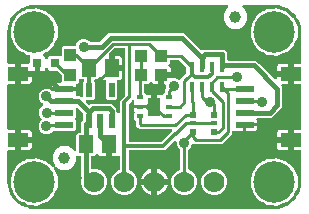
<source format=gbr>
G04 EAGLE Gerber RS-274X export*
G75*
%MOMM*%
%FSLAX34Y34*%
%LPD*%
%INTop Copper*%
%IPPOS*%
%AMOC8*
5,1,8,0,0,1.08239X$1,22.5*%
G01*
%ADD10R,0.550000X0.400000*%
%ADD11R,1.050000X1.500000*%
%ADD12R,1.240000X1.500000*%
%ADD13R,0.550000X1.200000*%
%ADD14R,1.075000X1.000000*%
%ADD15R,0.450000X0.900000*%
%ADD16R,0.500000X0.500000*%
%ADD17R,0.500000X0.400000*%
%ADD18C,3.516000*%
%ADD19R,1.550000X0.600000*%
%ADD20R,1.800000X1.200000*%
%ADD21C,1.000000*%
%ADD22R,0.800000X0.800000*%
%ADD23R,1.000000X1.075000*%
%ADD24C,1.778000*%
%ADD25C,0.406400*%
%ADD26C,0.906400*%
%ADD27C,0.254000*%
%ADD28C,0.304800*%
%ADD29C,0.889000*%

G36*
X228622Y2543D02*
X228622Y2543D01*
X228700Y2545D01*
X232077Y2810D01*
X232145Y2824D01*
X232214Y2829D01*
X232370Y2869D01*
X238794Y4956D01*
X238901Y5006D01*
X239012Y5050D01*
X239063Y5083D01*
X239082Y5091D01*
X239097Y5104D01*
X239148Y5136D01*
X244612Y9107D01*
X244699Y9188D01*
X244746Y9227D01*
X244752Y9231D01*
X244753Y9233D01*
X244791Y9264D01*
X244829Y9310D01*
X244844Y9324D01*
X244855Y9341D01*
X244893Y9387D01*
X246586Y11717D01*
X246599Y11741D01*
X246616Y11761D01*
X246675Y11879D01*
X246739Y11996D01*
X246746Y12022D01*
X246758Y12046D01*
X246785Y12174D01*
X246799Y12185D01*
X246823Y12196D01*
X246925Y12281D01*
X247031Y12361D01*
X247048Y12382D01*
X247068Y12398D01*
X247171Y12522D01*
X248864Y14852D01*
X248921Y14956D01*
X248985Y15056D01*
X249007Y15113D01*
X249017Y15131D01*
X249022Y15151D01*
X249044Y15206D01*
X251131Y21630D01*
X251144Y21698D01*
X251167Y21764D01*
X251190Y21923D01*
X251455Y25300D01*
X251455Y25304D01*
X251456Y25307D01*
X251455Y25326D01*
X251459Y25400D01*
X251459Y51090D01*
X251444Y51208D01*
X251437Y51327D01*
X251424Y51365D01*
X251419Y51406D01*
X251376Y51516D01*
X251339Y51629D01*
X251317Y51664D01*
X251302Y51701D01*
X251233Y51797D01*
X251169Y51898D01*
X251139Y51926D01*
X251116Y51959D01*
X251024Y52035D01*
X250937Y52116D01*
X250902Y52136D01*
X250871Y52161D01*
X250763Y52212D01*
X250659Y52270D01*
X250619Y52280D01*
X250583Y52297D01*
X250466Y52319D01*
X250351Y52349D01*
X250291Y52353D01*
X250271Y52357D01*
X250250Y52355D01*
X250190Y52359D01*
X244999Y52359D01*
X244999Y59630D01*
X244984Y59748D01*
X244977Y59867D01*
X244964Y59905D01*
X244959Y59945D01*
X244915Y60056D01*
X244879Y60169D01*
X244857Y60204D01*
X244842Y60241D01*
X244772Y60337D01*
X244709Y60438D01*
X244679Y60466D01*
X244655Y60498D01*
X244564Y60574D01*
X244477Y60656D01*
X244442Y60675D01*
X244410Y60701D01*
X244303Y60752D01*
X244199Y60809D01*
X244159Y60820D01*
X244123Y60837D01*
X244006Y60859D01*
X243891Y60889D01*
X243830Y60893D01*
X243810Y60897D01*
X243790Y60895D01*
X243730Y60899D01*
X242459Y60899D01*
X242459Y60901D01*
X243730Y60901D01*
X243848Y60916D01*
X243967Y60923D01*
X244005Y60936D01*
X244045Y60941D01*
X244156Y60985D01*
X244269Y61021D01*
X244304Y61043D01*
X244341Y61058D01*
X244437Y61128D01*
X244538Y61191D01*
X244566Y61221D01*
X244598Y61245D01*
X244674Y61336D01*
X244756Y61423D01*
X244775Y61458D01*
X244801Y61490D01*
X244852Y61597D01*
X244909Y61701D01*
X244920Y61741D01*
X244937Y61777D01*
X244959Y61894D01*
X244989Y62009D01*
X244993Y62070D01*
X244997Y62090D01*
X244995Y62109D01*
X244997Y62115D01*
X244996Y62122D01*
X244999Y62170D01*
X244999Y69441D01*
X250190Y69441D01*
X250308Y69456D01*
X250427Y69463D01*
X250465Y69476D01*
X250506Y69481D01*
X250616Y69524D01*
X250729Y69561D01*
X250764Y69583D01*
X250801Y69598D01*
X250897Y69667D01*
X250998Y69731D01*
X251026Y69761D01*
X251059Y69784D01*
X251134Y69876D01*
X251216Y69963D01*
X251236Y69998D01*
X251261Y70029D01*
X251312Y70137D01*
X251370Y70241D01*
X251380Y70280D01*
X251397Y70317D01*
X251419Y70434D01*
X251449Y70549D01*
X251453Y70609D01*
X251457Y70629D01*
X251455Y70650D01*
X251459Y70710D01*
X251459Y107090D01*
X251444Y107208D01*
X251437Y107327D01*
X251424Y107365D01*
X251419Y107406D01*
X251376Y107516D01*
X251339Y107629D01*
X251317Y107664D01*
X251302Y107701D01*
X251233Y107797D01*
X251169Y107898D01*
X251139Y107926D01*
X251116Y107959D01*
X251024Y108035D01*
X250937Y108116D01*
X250902Y108136D01*
X250871Y108161D01*
X250763Y108212D01*
X250659Y108270D01*
X250619Y108280D01*
X250583Y108297D01*
X250466Y108319D01*
X250351Y108349D01*
X250291Y108353D01*
X250271Y108357D01*
X250250Y108355D01*
X250190Y108359D01*
X244999Y108359D01*
X244999Y115630D01*
X244984Y115748D01*
X244977Y115867D01*
X244964Y115905D01*
X244959Y115945D01*
X244915Y116056D01*
X244879Y116169D01*
X244857Y116204D01*
X244842Y116241D01*
X244772Y116337D01*
X244709Y116438D01*
X244679Y116466D01*
X244655Y116498D01*
X244564Y116574D01*
X244477Y116656D01*
X244442Y116675D01*
X244410Y116701D01*
X244303Y116752D01*
X244199Y116809D01*
X244159Y116820D01*
X244123Y116837D01*
X244006Y116859D01*
X243891Y116889D01*
X243830Y116893D01*
X243810Y116897D01*
X243790Y116895D01*
X243730Y116899D01*
X242459Y116899D01*
X242459Y116901D01*
X243730Y116901D01*
X243848Y116916D01*
X243967Y116923D01*
X244005Y116936D01*
X244045Y116941D01*
X244156Y116985D01*
X244269Y117021D01*
X244304Y117043D01*
X244341Y117058D01*
X244437Y117128D01*
X244538Y117191D01*
X244566Y117221D01*
X244598Y117245D01*
X244674Y117336D01*
X244756Y117423D01*
X244775Y117458D01*
X244801Y117490D01*
X244852Y117597D01*
X244909Y117701D01*
X244920Y117741D01*
X244937Y117777D01*
X244959Y117894D01*
X244989Y118009D01*
X244993Y118070D01*
X244997Y118090D01*
X244995Y118110D01*
X244999Y118170D01*
X244999Y125441D01*
X250190Y125441D01*
X250308Y125456D01*
X250427Y125463D01*
X250465Y125475D01*
X250506Y125481D01*
X250616Y125524D01*
X250729Y125561D01*
X250764Y125583D01*
X250801Y125598D01*
X250897Y125667D01*
X250998Y125731D01*
X251026Y125761D01*
X251059Y125784D01*
X251135Y125876D01*
X251216Y125963D01*
X251236Y125998D01*
X251261Y126029D01*
X251312Y126137D01*
X251370Y126241D01*
X251380Y126281D01*
X251397Y126317D01*
X251419Y126434D01*
X251449Y126549D01*
X251453Y126609D01*
X251457Y126629D01*
X251455Y126650D01*
X251459Y126710D01*
X251459Y152400D01*
X251457Y152422D01*
X251455Y152500D01*
X251190Y155877D01*
X251176Y155945D01*
X251171Y156014D01*
X251131Y156170D01*
X249044Y162594D01*
X248993Y162701D01*
X248950Y162812D01*
X248917Y162863D01*
X248909Y162882D01*
X248896Y162897D01*
X248864Y162948D01*
X247171Y165277D01*
X247153Y165297D01*
X247139Y165320D01*
X247044Y165413D01*
X246953Y165509D01*
X246931Y165524D01*
X246912Y165542D01*
X246798Y165608D01*
X246792Y165624D01*
X246789Y165651D01*
X246740Y165775D01*
X246697Y165900D01*
X246682Y165922D01*
X246672Y165947D01*
X246586Y166083D01*
X244893Y168412D01*
X244812Y168499D01*
X244736Y168591D01*
X244690Y168629D01*
X244676Y168644D01*
X244658Y168655D01*
X244612Y168693D01*
X239148Y172664D01*
X239044Y172721D01*
X238944Y172785D01*
X238887Y172807D01*
X238869Y172817D01*
X238849Y172822D01*
X238794Y172844D01*
X232370Y174931D01*
X232302Y174944D01*
X232236Y174967D01*
X232077Y174990D01*
X228700Y175255D01*
X228678Y175254D01*
X228600Y175259D01*
X202722Y175259D01*
X202578Y175241D01*
X202433Y175226D01*
X202420Y175221D01*
X202406Y175219D01*
X202271Y175166D01*
X202134Y175115D01*
X202123Y175107D01*
X202111Y175102D01*
X201993Y175017D01*
X201873Y174934D01*
X201864Y174924D01*
X201853Y174916D01*
X201760Y174803D01*
X201665Y174693D01*
X201659Y174681D01*
X201651Y174671D01*
X201589Y174539D01*
X201524Y174408D01*
X201521Y174395D01*
X201515Y174383D01*
X201488Y174241D01*
X201457Y174097D01*
X201458Y174084D01*
X201455Y174071D01*
X201464Y173926D01*
X201470Y173780D01*
X201474Y173767D01*
X201475Y173753D01*
X201520Y173615D01*
X201562Y173475D01*
X201569Y173463D01*
X201573Y173451D01*
X201651Y173327D01*
X201726Y173203D01*
X201736Y173193D01*
X201743Y173182D01*
X201850Y173082D01*
X201953Y172980D01*
X201969Y172970D01*
X201975Y172964D01*
X201990Y172956D01*
X202087Y172891D01*
X202901Y172421D01*
X205581Y167780D01*
X205581Y162420D01*
X202901Y157779D01*
X198260Y155099D01*
X192900Y155099D01*
X188259Y157779D01*
X185579Y162420D01*
X185579Y167780D01*
X188259Y172421D01*
X189073Y172891D01*
X189188Y172979D01*
X189307Y173064D01*
X189315Y173075D01*
X189326Y173083D01*
X189416Y173197D01*
X189509Y173309D01*
X189515Y173322D01*
X189524Y173332D01*
X189583Y173466D01*
X189645Y173597D01*
X189647Y173610D01*
X189653Y173623D01*
X189678Y173767D01*
X189705Y173910D01*
X189704Y173923D01*
X189706Y173936D01*
X189694Y174082D01*
X189685Y174227D01*
X189681Y174240D01*
X189680Y174253D01*
X189632Y174391D01*
X189587Y174529D01*
X189580Y174541D01*
X189575Y174554D01*
X189495Y174675D01*
X189417Y174798D01*
X189407Y174807D01*
X189399Y174819D01*
X189291Y174916D01*
X189185Y175016D01*
X189173Y175023D01*
X189163Y175032D01*
X189034Y175099D01*
X188907Y175170D01*
X188894Y175173D01*
X188882Y175179D01*
X188740Y175213D01*
X188599Y175249D01*
X188580Y175250D01*
X188572Y175252D01*
X188555Y175252D01*
X188438Y175259D01*
X25400Y175259D01*
X25378Y175257D01*
X25300Y175255D01*
X21923Y174990D01*
X21855Y174976D01*
X21786Y174971D01*
X21630Y174931D01*
X18892Y174041D01*
X18867Y174030D01*
X18841Y174024D01*
X18724Y173963D01*
X18604Y173906D01*
X18583Y173889D01*
X18560Y173877D01*
X18462Y173789D01*
X18445Y173788D01*
X18418Y173793D01*
X18286Y173785D01*
X18153Y173783D01*
X18127Y173775D01*
X18101Y173774D01*
X17945Y173734D01*
X15206Y172844D01*
X15099Y172794D01*
X14988Y172750D01*
X14937Y172717D01*
X14918Y172709D01*
X14903Y172696D01*
X14852Y172664D01*
X9388Y168693D01*
X9301Y168612D01*
X9209Y168536D01*
X9171Y168490D01*
X9156Y168476D01*
X9145Y168458D01*
X9107Y168412D01*
X5136Y162948D01*
X5079Y162844D01*
X5015Y162744D01*
X4993Y162687D01*
X4983Y162669D01*
X4978Y162649D01*
X4956Y162594D01*
X2869Y156170D01*
X2856Y156102D01*
X2833Y156036D01*
X2810Y155877D01*
X2545Y152500D01*
X2546Y152478D01*
X2541Y152400D01*
X2541Y126710D01*
X2556Y126592D01*
X2563Y126473D01*
X2576Y126435D01*
X2581Y126394D01*
X2624Y126284D01*
X2661Y126171D01*
X2683Y126136D01*
X2698Y126099D01*
X2768Y126002D01*
X2831Y125902D01*
X2861Y125874D01*
X2884Y125841D01*
X2976Y125765D01*
X3063Y125684D01*
X3098Y125664D01*
X3129Y125639D01*
X3237Y125588D01*
X3341Y125530D01*
X3381Y125520D01*
X3417Y125503D01*
X3534Y125481D01*
X3649Y125451D01*
X3709Y125447D01*
X3729Y125443D01*
X3750Y125445D01*
X3810Y125441D01*
X9001Y125441D01*
X9001Y118170D01*
X9016Y118052D01*
X9023Y117933D01*
X9036Y117895D01*
X9041Y117855D01*
X9084Y117744D01*
X9121Y117631D01*
X9143Y117596D01*
X9158Y117559D01*
X9228Y117463D01*
X9291Y117362D01*
X9321Y117334D01*
X9345Y117302D01*
X9436Y117226D01*
X9523Y117144D01*
X9558Y117125D01*
X9589Y117099D01*
X9697Y117048D01*
X9801Y116991D01*
X9841Y116980D01*
X9877Y116963D01*
X9994Y116941D01*
X10109Y116911D01*
X10170Y116907D01*
X10190Y116903D01*
X10210Y116905D01*
X10270Y116901D01*
X11541Y116901D01*
X11541Y116899D01*
X10270Y116899D01*
X10152Y116884D01*
X10033Y116877D01*
X9995Y116864D01*
X9955Y116859D01*
X9844Y116815D01*
X9731Y116779D01*
X9696Y116757D01*
X9659Y116742D01*
X9563Y116672D01*
X9462Y116609D01*
X9434Y116579D01*
X9401Y116555D01*
X9326Y116464D01*
X9244Y116377D01*
X9224Y116342D01*
X9199Y116310D01*
X9148Y116203D01*
X9090Y116099D01*
X9080Y116059D01*
X9063Y116023D01*
X9041Y115906D01*
X9011Y115791D01*
X9007Y115730D01*
X9003Y115710D01*
X9005Y115690D01*
X9001Y115630D01*
X9001Y108359D01*
X3810Y108359D01*
X3692Y108344D01*
X3573Y108337D01*
X3535Y108324D01*
X3494Y108319D01*
X3384Y108276D01*
X3271Y108239D01*
X3236Y108217D01*
X3199Y108202D01*
X3103Y108133D01*
X3002Y108069D01*
X2974Y108039D01*
X2941Y108016D01*
X2865Y107924D01*
X2784Y107837D01*
X2764Y107802D01*
X2739Y107771D01*
X2688Y107663D01*
X2630Y107559D01*
X2620Y107519D01*
X2603Y107483D01*
X2581Y107366D01*
X2551Y107251D01*
X2547Y107191D01*
X2543Y107171D01*
X2545Y107150D01*
X2541Y107090D01*
X2541Y70710D01*
X2556Y70592D01*
X2563Y70473D01*
X2576Y70435D01*
X2581Y70394D01*
X2624Y70284D01*
X2661Y70171D01*
X2683Y70136D01*
X2698Y70099D01*
X2768Y70002D01*
X2831Y69902D01*
X2861Y69874D01*
X2884Y69841D01*
X2976Y69765D01*
X3063Y69684D01*
X3098Y69664D01*
X3129Y69639D01*
X3237Y69588D01*
X3341Y69530D01*
X3381Y69520D01*
X3417Y69503D01*
X3534Y69481D01*
X3649Y69451D01*
X3709Y69447D01*
X3729Y69443D01*
X3750Y69445D01*
X3810Y69441D01*
X9001Y69441D01*
X9001Y62170D01*
X9016Y62052D01*
X9023Y61933D01*
X9036Y61895D01*
X9041Y61855D01*
X9084Y61744D01*
X9121Y61631D01*
X9143Y61596D01*
X9158Y61559D01*
X9228Y61463D01*
X9291Y61362D01*
X9321Y61334D01*
X9345Y61302D01*
X9436Y61226D01*
X9523Y61144D01*
X9558Y61125D01*
X9589Y61099D01*
X9697Y61048D01*
X9801Y60991D01*
X9841Y60980D01*
X9877Y60963D01*
X9994Y60941D01*
X10109Y60911D01*
X10170Y60907D01*
X10190Y60903D01*
X10210Y60905D01*
X10270Y60901D01*
X11541Y60901D01*
X11541Y60899D01*
X10270Y60899D01*
X10152Y60884D01*
X10033Y60877D01*
X9995Y60864D01*
X9955Y60859D01*
X9844Y60815D01*
X9731Y60779D01*
X9696Y60757D01*
X9659Y60742D01*
X9563Y60672D01*
X9462Y60609D01*
X9434Y60579D01*
X9401Y60555D01*
X9326Y60464D01*
X9244Y60377D01*
X9224Y60342D01*
X9199Y60310D01*
X9148Y60203D01*
X9090Y60099D01*
X9080Y60059D01*
X9063Y60023D01*
X9041Y59906D01*
X9011Y59791D01*
X9007Y59730D01*
X9003Y59710D01*
X9005Y59690D01*
X9001Y59630D01*
X9001Y52359D01*
X3810Y52359D01*
X3692Y52344D01*
X3573Y52337D01*
X3535Y52324D01*
X3494Y52319D01*
X3384Y52276D01*
X3271Y52239D01*
X3236Y52217D01*
X3199Y52202D01*
X3103Y52133D01*
X3002Y52069D01*
X2974Y52039D01*
X2941Y52016D01*
X2865Y51924D01*
X2784Y51837D01*
X2764Y51802D01*
X2739Y51771D01*
X2688Y51663D01*
X2630Y51559D01*
X2620Y51519D01*
X2603Y51483D01*
X2581Y51366D01*
X2551Y51251D01*
X2547Y51191D01*
X2543Y51171D01*
X2545Y51150D01*
X2541Y51090D01*
X2541Y25400D01*
X2543Y25378D01*
X2545Y25300D01*
X2810Y21923D01*
X2824Y21855D01*
X2829Y21786D01*
X2869Y21630D01*
X4956Y15206D01*
X5006Y15099D01*
X5050Y14988D01*
X5083Y14937D01*
X5091Y14918D01*
X5104Y14903D01*
X5136Y14852D01*
X9107Y9388D01*
X9127Y9366D01*
X9138Y9348D01*
X9184Y9305D01*
X9188Y9301D01*
X9264Y9209D01*
X9310Y9171D01*
X9324Y9156D01*
X9342Y9145D01*
X9388Y9107D01*
X14852Y5136D01*
X14956Y5079D01*
X15056Y5015D01*
X15113Y4993D01*
X15131Y4983D01*
X15151Y4978D01*
X15206Y4956D01*
X17945Y4066D01*
X17971Y4061D01*
X17996Y4051D01*
X18127Y4031D01*
X18257Y4006D01*
X18284Y4008D01*
X18310Y4004D01*
X18441Y4018D01*
X18455Y4008D01*
X18474Y3989D01*
X18585Y3917D01*
X18694Y3842D01*
X18719Y3832D01*
X18742Y3818D01*
X18891Y3759D01*
X21630Y2869D01*
X21698Y2856D01*
X21764Y2833D01*
X21923Y2810D01*
X25300Y2545D01*
X25322Y2546D01*
X25400Y2541D01*
X228600Y2541D01*
X228622Y2543D01*
G37*
%LPC*%
G36*
X74027Y14477D02*
X74027Y14477D01*
X70013Y16140D01*
X66940Y19213D01*
X65277Y23227D01*
X65277Y27573D01*
X65475Y28049D01*
X65482Y28077D01*
X65496Y28104D01*
X65524Y28230D01*
X65558Y28356D01*
X65559Y28385D01*
X65565Y28414D01*
X65561Y28544D01*
X65564Y28674D01*
X65557Y28702D01*
X65556Y28732D01*
X65520Y28857D01*
X65489Y28983D01*
X65476Y29009D01*
X65467Y29037D01*
X65401Y29149D01*
X65341Y29264D01*
X65321Y29286D01*
X65306Y29311D01*
X65199Y29432D01*
X65175Y29456D01*
X65175Y46348D01*
X65160Y46466D01*
X65153Y46585D01*
X65140Y46623D01*
X65135Y46664D01*
X65092Y46774D01*
X65055Y46887D01*
X65033Y46922D01*
X65018Y46959D01*
X64949Y47055D01*
X64885Y47156D01*
X64855Y47184D01*
X64832Y47217D01*
X64740Y47293D01*
X64653Y47374D01*
X64618Y47394D01*
X64587Y47419D01*
X64479Y47470D01*
X64375Y47528D01*
X64335Y47538D01*
X64299Y47555D01*
X64182Y47577D01*
X64067Y47607D01*
X64007Y47611D01*
X63987Y47615D01*
X63966Y47613D01*
X63906Y47617D01*
X62070Y47617D01*
X61952Y47602D01*
X61833Y47595D01*
X61795Y47582D01*
X61754Y47577D01*
X61644Y47534D01*
X61531Y47497D01*
X61496Y47475D01*
X61459Y47460D01*
X61363Y47391D01*
X61262Y47327D01*
X61234Y47297D01*
X61201Y47274D01*
X61125Y47182D01*
X61044Y47095D01*
X61024Y47060D01*
X60999Y47029D01*
X60948Y46921D01*
X60890Y46817D01*
X60880Y46777D01*
X60863Y46741D01*
X60841Y46624D01*
X60811Y46509D01*
X60807Y46449D01*
X60803Y46429D01*
X60805Y46408D01*
X60801Y46348D01*
X60801Y43040D01*
X58121Y38399D01*
X53480Y35719D01*
X48120Y35719D01*
X43780Y38225D01*
X43722Y38250D01*
X43668Y38283D01*
X43576Y38311D01*
X43487Y38348D01*
X43424Y38358D01*
X43364Y38376D01*
X43268Y38381D01*
X43172Y38395D01*
X43110Y38388D01*
X43047Y38391D01*
X42952Y38372D01*
X42856Y38362D01*
X42843Y38357D01*
X42848Y38368D01*
X42903Y38474D01*
X42912Y38513D01*
X42929Y38550D01*
X42949Y38667D01*
X42976Y38784D01*
X42975Y38824D01*
X42982Y38863D01*
X42972Y38982D01*
X42970Y39102D01*
X42959Y39140D01*
X42956Y39180D01*
X42917Y39293D01*
X42885Y39408D01*
X42858Y39461D01*
X42851Y39481D01*
X42840Y39498D01*
X42813Y39552D01*
X40799Y43040D01*
X40799Y48400D01*
X43479Y53041D01*
X48120Y55721D01*
X53480Y55721D01*
X58121Y53041D01*
X58639Y52144D01*
X58727Y52028D01*
X58812Y51910D01*
X58823Y51902D01*
X58831Y51891D01*
X58945Y51801D01*
X59057Y51707D01*
X59070Y51702D01*
X59080Y51693D01*
X59214Y51634D01*
X59345Y51572D01*
X59358Y51569D01*
X59371Y51564D01*
X59515Y51539D01*
X59658Y51512D01*
X59671Y51513D01*
X59684Y51511D01*
X59830Y51523D01*
X59975Y51532D01*
X59988Y51536D01*
X60001Y51537D01*
X60139Y51585D01*
X60277Y51630D01*
X60289Y51637D01*
X60302Y51642D01*
X60423Y51722D01*
X60546Y51800D01*
X60555Y51810D01*
X60567Y51817D01*
X60664Y51925D01*
X60764Y52032D01*
X60771Y52044D01*
X60780Y52054D01*
X60847Y52183D01*
X60918Y52310D01*
X60921Y52323D01*
X60927Y52335D01*
X60961Y52477D01*
X60997Y52618D01*
X60998Y52636D01*
X61000Y52645D01*
X61000Y52662D01*
X61007Y52779D01*
X61007Y65492D01*
X62198Y66683D01*
X63906Y66683D01*
X64024Y66698D01*
X64143Y66705D01*
X64181Y66718D01*
X64222Y66723D01*
X64332Y66766D01*
X64445Y66803D01*
X64480Y66825D01*
X64517Y66840D01*
X64613Y66909D01*
X64714Y66973D01*
X64742Y67003D01*
X64775Y67026D01*
X64851Y67118D01*
X64932Y67205D01*
X64952Y67240D01*
X64977Y67271D01*
X65028Y67379D01*
X65086Y67483D01*
X65096Y67523D01*
X65113Y67559D01*
X65135Y67676D01*
X65165Y67791D01*
X65169Y67851D01*
X65173Y67871D01*
X65171Y67892D01*
X65175Y67952D01*
X65175Y76313D01*
X66626Y77763D01*
X66686Y77841D01*
X66754Y77913D01*
X66783Y77966D01*
X66820Y78014D01*
X66860Y78105D01*
X66908Y78192D01*
X66923Y78250D01*
X66947Y78306D01*
X66962Y78404D01*
X66987Y78500D01*
X66993Y78600D01*
X66997Y78620D01*
X66995Y78632D01*
X66997Y78660D01*
X66997Y82989D01*
X66985Y83087D01*
X66982Y83186D01*
X66965Y83244D01*
X66957Y83304D01*
X66921Y83396D01*
X66893Y83491D01*
X66863Y83543D01*
X66840Y83600D01*
X66782Y83680D01*
X66732Y83765D01*
X66666Y83841D01*
X66654Y83857D01*
X66644Y83865D01*
X66626Y83886D01*
X62489Y88022D01*
X62380Y88107D01*
X62273Y88196D01*
X62254Y88205D01*
X62238Y88217D01*
X62110Y88273D01*
X61985Y88332D01*
X61965Y88335D01*
X61946Y88343D01*
X61808Y88365D01*
X61672Y88391D01*
X61652Y88390D01*
X61632Y88393D01*
X61493Y88380D01*
X61355Y88372D01*
X61336Y88365D01*
X61316Y88363D01*
X61184Y88316D01*
X61053Y88274D01*
X61035Y88263D01*
X61016Y88256D01*
X60901Y88178D01*
X60784Y88103D01*
X60770Y88089D01*
X60753Y88077D01*
X60661Y87973D01*
X60566Y87872D01*
X60556Y87854D01*
X60543Y87839D01*
X60479Y87715D01*
X60412Y87593D01*
X60407Y87574D01*
X60398Y87556D01*
X60368Y87420D01*
X60333Y87285D01*
X60331Y87257D01*
X60328Y87245D01*
X60329Y87225D01*
X60323Y87125D01*
X60323Y80058D01*
X60062Y79798D01*
X59989Y79703D01*
X59910Y79614D01*
X59892Y79578D01*
X59867Y79546D01*
X59820Y79437D01*
X59766Y79331D01*
X59757Y79292D01*
X59741Y79254D01*
X59722Y79136D01*
X59696Y79021D01*
X59697Y78980D01*
X59691Y78940D01*
X59702Y78822D01*
X59706Y78703D01*
X59717Y78664D01*
X59721Y78624D01*
X59761Y78512D01*
X59794Y78397D01*
X59815Y78362D01*
X59828Y78324D01*
X59895Y78226D01*
X59956Y78123D01*
X59996Y78078D01*
X60007Y78061D01*
X60022Y78048D01*
X60062Y78003D01*
X60323Y77742D01*
X60323Y70058D01*
X59132Y68867D01*
X41847Y68867D01*
X41749Y68855D01*
X41650Y68852D01*
X41591Y68835D01*
X41531Y68827D01*
X41439Y68791D01*
X41344Y68763D01*
X41292Y68733D01*
X41236Y68710D01*
X41156Y68652D01*
X41070Y68602D01*
X40995Y68536D01*
X40978Y68524D01*
X40971Y68514D01*
X40949Y68496D01*
X39279Y66825D01*
X36866Y65825D01*
X34254Y65825D01*
X31841Y66825D01*
X29995Y68671D01*
X28995Y71084D01*
X28995Y73696D01*
X29995Y76109D01*
X31320Y77434D01*
X31393Y77528D01*
X31471Y77617D01*
X31490Y77653D01*
X31515Y77685D01*
X31562Y77794D01*
X31616Y77900D01*
X31625Y77940D01*
X31641Y77977D01*
X31660Y78095D01*
X31686Y78210D01*
X31684Y78251D01*
X31691Y78291D01*
X31680Y78409D01*
X31676Y78528D01*
X31665Y78567D01*
X31661Y78607D01*
X31621Y78719D01*
X31588Y78834D01*
X31567Y78869D01*
X31553Y78907D01*
X31486Y79005D01*
X31426Y79108D01*
X31386Y79153D01*
X31375Y79170D01*
X31359Y79183D01*
X31320Y79229D01*
X30221Y80327D01*
X29221Y82740D01*
X29221Y85352D01*
X30221Y87765D01*
X32067Y89611D01*
X32278Y89699D01*
X32399Y89767D01*
X32522Y89832D01*
X32537Y89846D01*
X32554Y89856D01*
X32654Y89953D01*
X32757Y90046D01*
X32768Y90063D01*
X32783Y90077D01*
X32855Y90196D01*
X32932Y90312D01*
X32938Y90331D01*
X32949Y90348D01*
X32990Y90482D01*
X33035Y90613D01*
X33037Y90633D01*
X33043Y90652D01*
X33049Y90791D01*
X33060Y90930D01*
X33057Y90950D01*
X33058Y90970D01*
X33030Y91106D01*
X33006Y91243D01*
X32997Y91262D01*
X32993Y91282D01*
X32932Y91407D01*
X32875Y91533D01*
X32863Y91549D01*
X32854Y91567D01*
X32763Y91673D01*
X32677Y91782D01*
X32660Y91794D01*
X32647Y91809D01*
X32534Y91889D01*
X32423Y91973D01*
X32397Y91985D01*
X32387Y91992D01*
X32368Y92000D01*
X32278Y92044D01*
X31841Y92225D01*
X29995Y94071D01*
X28995Y96484D01*
X28995Y99096D01*
X29995Y101509D01*
X31841Y103355D01*
X34254Y104355D01*
X36866Y104355D01*
X38494Y103680D01*
X38542Y103667D01*
X38587Y103646D01*
X38695Y103625D01*
X38801Y103596D01*
X38851Y103595D01*
X38900Y103586D01*
X39009Y103593D01*
X39119Y103591D01*
X39148Y103598D01*
X39150Y103591D01*
X39224Y103473D01*
X39295Y103353D01*
X39314Y103332D01*
X39320Y103322D01*
X39335Y103308D01*
X39401Y103232D01*
X39862Y102772D01*
X39940Y102712D01*
X40012Y102644D01*
X40065Y102615D01*
X40113Y102578D01*
X40204Y102538D01*
X40290Y102490D01*
X40349Y102475D01*
X40405Y102451D01*
X40502Y102436D01*
X40598Y102411D01*
X40698Y102405D01*
X40719Y102401D01*
X40731Y102402D01*
X40759Y102401D01*
X50310Y102401D01*
X50428Y102416D01*
X50547Y102423D01*
X50554Y102425D01*
X50610Y102411D01*
X50670Y102407D01*
X50690Y102403D01*
X50710Y102405D01*
X50770Y102401D01*
X60831Y102401D01*
X60831Y100566D01*
X60658Y99919D01*
X60628Y99869D01*
X60577Y99747D01*
X60521Y99627D01*
X60516Y99600D01*
X60505Y99576D01*
X60486Y99444D01*
X60461Y99314D01*
X60462Y99288D01*
X60459Y99261D01*
X60472Y99129D01*
X60481Y98997D01*
X60489Y98972D01*
X60492Y98945D01*
X60538Y98820D01*
X60579Y98695D01*
X60593Y98672D01*
X60602Y98647D01*
X60678Y98538D01*
X60749Y98426D01*
X60768Y98407D01*
X60784Y98385D01*
X60884Y98299D01*
X60980Y98208D01*
X61004Y98195D01*
X61024Y98177D01*
X61143Y98118D01*
X61259Y98054D01*
X61285Y98048D01*
X61309Y98036D01*
X61439Y98008D01*
X61567Y97975D01*
X61605Y97973D01*
X61620Y97969D01*
X61642Y97970D01*
X61727Y97965D01*
X64044Y97965D01*
X64831Y97178D01*
X64940Y97093D01*
X65047Y97004D01*
X65066Y96995D01*
X65082Y96983D01*
X65209Y96928D01*
X65335Y96868D01*
X65355Y96865D01*
X65374Y96857D01*
X65512Y96835D01*
X65648Y96809D01*
X65668Y96810D01*
X65688Y96807D01*
X65827Y96820D01*
X65965Y96828D01*
X65984Y96835D01*
X66004Y96837D01*
X66136Y96884D01*
X66267Y96926D01*
X66285Y96937D01*
X66304Y96944D01*
X66419Y97022D01*
X66536Y97097D01*
X66550Y97111D01*
X66567Y97123D01*
X66659Y97227D01*
X66754Y97328D01*
X66764Y97346D01*
X66777Y97361D01*
X66840Y97485D01*
X66908Y97607D01*
X66913Y97626D01*
X66922Y97644D01*
X66952Y97780D01*
X66987Y97915D01*
X66989Y97943D01*
X66992Y97955D01*
X66991Y97975D01*
X66997Y98075D01*
X66997Y110013D01*
X67205Y110220D01*
X67290Y110330D01*
X67379Y110437D01*
X67387Y110456D01*
X67400Y110472D01*
X67455Y110600D01*
X67514Y110725D01*
X67518Y110745D01*
X67526Y110764D01*
X67548Y110902D01*
X67574Y111038D01*
X67573Y111058D01*
X67576Y111078D01*
X67563Y111217D01*
X67554Y111355D01*
X67548Y111374D01*
X67546Y111394D01*
X67499Y111525D01*
X67456Y111657D01*
X67445Y111675D01*
X67439Y111694D01*
X67361Y111808D01*
X67286Y111926D01*
X67271Y111940D01*
X67260Y111957D01*
X67156Y112049D01*
X67054Y112144D01*
X67037Y112154D01*
X67022Y112167D01*
X66898Y112230D01*
X66776Y112298D01*
X66756Y112303D01*
X66738Y112312D01*
X66602Y112342D01*
X66468Y112377D01*
X66440Y112379D01*
X66428Y112382D01*
X66408Y112381D01*
X66307Y112387D01*
X64409Y112387D01*
X64399Y112389D01*
X64262Y112415D01*
X64243Y112414D01*
X64223Y112417D01*
X64084Y112404D01*
X63945Y112395D01*
X63926Y112389D01*
X63906Y112387D01*
X63775Y112340D01*
X63643Y112297D01*
X63626Y112287D01*
X63607Y112280D01*
X63492Y112202D01*
X63374Y112127D01*
X63360Y112113D01*
X63344Y112101D01*
X63252Y111997D01*
X63156Y111895D01*
X63146Y111878D01*
X63133Y111863D01*
X63070Y111739D01*
X63002Y111617D01*
X62997Y111598D01*
X62988Y111580D01*
X62958Y111444D01*
X62923Y111309D01*
X62921Y111281D01*
X62919Y111270D01*
X62919Y111249D01*
X62913Y111148D01*
X62913Y109743D01*
X61621Y108452D01*
X61561Y108432D01*
X61526Y108410D01*
X61489Y108395D01*
X61393Y108326D01*
X61292Y108262D01*
X61264Y108232D01*
X61231Y108209D01*
X61155Y108117D01*
X61074Y108030D01*
X61054Y107995D01*
X61029Y107964D01*
X60978Y107856D01*
X60920Y107752D01*
X60910Y107712D01*
X60893Y107676D01*
X60871Y107559D01*
X60841Y107444D01*
X60837Y107384D01*
X60833Y107364D01*
X60835Y107343D01*
X60831Y107283D01*
X60831Y105399D01*
X50770Y105399D01*
X50652Y105384D01*
X50533Y105377D01*
X50526Y105375D01*
X50470Y105389D01*
X50410Y105393D01*
X50390Y105397D01*
X50370Y105395D01*
X50310Y105399D01*
X40299Y105399D01*
X40249Y105393D01*
X40249Y107234D01*
X40422Y107881D01*
X40757Y108460D01*
X41230Y108933D01*
X41809Y109268D01*
X42456Y109441D01*
X47578Y109441D01*
X47696Y109456D01*
X47815Y109463D01*
X47853Y109476D01*
X47894Y109481D01*
X48004Y109524D01*
X48117Y109561D01*
X48152Y109583D01*
X48189Y109598D01*
X48285Y109667D01*
X48386Y109731D01*
X48414Y109761D01*
X48447Y109784D01*
X48523Y109876D01*
X48604Y109963D01*
X48624Y109998D01*
X48649Y110029D01*
X48700Y110137D01*
X48758Y110241D01*
X48768Y110281D01*
X48785Y110317D01*
X48807Y110434D01*
X48837Y110549D01*
X48841Y110609D01*
X48845Y110629D01*
X48843Y110650D01*
X48847Y110710D01*
X48847Y114746D01*
X48835Y114844D01*
X48832Y114943D01*
X48815Y115002D01*
X48807Y115062D01*
X48771Y115154D01*
X48743Y115249D01*
X48713Y115301D01*
X48690Y115357D01*
X48632Y115437D01*
X48582Y115523D01*
X48516Y115598D01*
X48504Y115615D01*
X48494Y115623D01*
X48476Y115644D01*
X44794Y119326D01*
X44715Y119386D01*
X44643Y119454D01*
X44590Y119483D01*
X44542Y119520D01*
X44451Y119560D01*
X44365Y119608D01*
X44306Y119623D01*
X44251Y119647D01*
X44153Y119662D01*
X44057Y119687D01*
X43957Y119693D01*
X43937Y119697D01*
X43924Y119695D01*
X43896Y119697D01*
X38218Y119697D01*
X37016Y120899D01*
X37008Y120962D01*
X36991Y121113D01*
X36988Y121119D01*
X36987Y121126D01*
X36931Y121269D01*
X36877Y121410D01*
X36873Y121416D01*
X36870Y121422D01*
X36781Y121546D01*
X36693Y121669D01*
X36688Y121674D01*
X36684Y121679D01*
X36565Y121777D01*
X36450Y121875D01*
X36444Y121878D01*
X36439Y121882D01*
X36301Y121947D01*
X36164Y122013D01*
X36157Y122015D01*
X36151Y122018D01*
X36003Y122046D01*
X35852Y122076D01*
X35845Y122076D01*
X35839Y122077D01*
X35687Y122068D01*
X35534Y122060D01*
X35528Y122058D01*
X35521Y122058D01*
X35377Y122011D01*
X35231Y121965D01*
X35225Y121962D01*
X35219Y121960D01*
X35090Y121878D01*
X34960Y121798D01*
X34956Y121793D01*
X34950Y121789D01*
X34845Y121678D01*
X34740Y121569D01*
X34737Y121563D01*
X34732Y121558D01*
X34658Y121424D01*
X34583Y121292D01*
X34581Y121283D01*
X34578Y121279D01*
X34576Y121269D01*
X34532Y121139D01*
X34428Y120749D01*
X34093Y120170D01*
X33620Y119697D01*
X33041Y119362D01*
X32394Y119189D01*
X30059Y119189D01*
X30059Y125000D01*
X30044Y125118D01*
X30037Y125237D01*
X30024Y125275D01*
X30019Y125315D01*
X29976Y125426D01*
X29939Y125539D01*
X29917Y125573D01*
X29902Y125611D01*
X29833Y125707D01*
X29769Y125808D01*
X29739Y125836D01*
X29716Y125868D01*
X29624Y125944D01*
X29537Y126026D01*
X29502Y126045D01*
X29471Y126071D01*
X29363Y126122D01*
X29259Y126179D01*
X29219Y126189D01*
X29183Y126207D01*
X29066Y126229D01*
X28951Y126259D01*
X28891Y126263D01*
X28871Y126266D01*
X28850Y126265D01*
X28790Y126269D01*
X27330Y126269D01*
X27212Y126254D01*
X27093Y126247D01*
X27055Y126234D01*
X27014Y126229D01*
X26904Y126185D01*
X26791Y126149D01*
X26756Y126127D01*
X26719Y126112D01*
X26622Y126042D01*
X26522Y125979D01*
X26494Y125949D01*
X26461Y125925D01*
X26385Y125834D01*
X26304Y125747D01*
X26284Y125712D01*
X26259Y125680D01*
X26208Y125573D01*
X26150Y125468D01*
X26140Y125429D01*
X26123Y125393D01*
X26101Y125276D01*
X26071Y125160D01*
X26067Y125100D01*
X26063Y125080D01*
X26065Y125060D01*
X26061Y125000D01*
X26061Y119189D01*
X23726Y119189D01*
X22954Y119396D01*
X22869Y119408D01*
X22786Y119429D01*
X22650Y119438D01*
X22639Y119439D01*
X22635Y119439D01*
X22626Y119439D01*
X14079Y119439D01*
X14079Y125441D01*
X20250Y125441D01*
X20368Y125456D01*
X20487Y125463D01*
X20525Y125476D01*
X20566Y125481D01*
X20676Y125524D01*
X20789Y125561D01*
X20824Y125583D01*
X20861Y125598D01*
X20957Y125667D01*
X21058Y125731D01*
X21086Y125761D01*
X21119Y125784D01*
X21194Y125876D01*
X21276Y125963D01*
X21296Y125998D01*
X21321Y126029D01*
X21372Y126137D01*
X21430Y126241D01*
X21440Y126280D01*
X21457Y126317D01*
X21479Y126434D01*
X21509Y126549D01*
X21513Y126609D01*
X21517Y126629D01*
X21515Y126650D01*
X21519Y126710D01*
X21519Y130064D01*
X21692Y130711D01*
X21899Y131068D01*
X21916Y131108D01*
X21939Y131144D01*
X21977Y131254D01*
X22022Y131361D01*
X22028Y131404D01*
X22042Y131445D01*
X22052Y131561D01*
X22069Y131676D01*
X22064Y131719D01*
X22068Y131762D01*
X22048Y131877D01*
X22036Y131992D01*
X22021Y132033D01*
X22013Y132075D01*
X21965Y132181D01*
X21925Y132291D01*
X21900Y132326D01*
X21883Y132365D01*
X21810Y132456D01*
X21743Y132552D01*
X21711Y132580D01*
X21684Y132613D01*
X21591Y132684D01*
X21503Y132760D01*
X21464Y132779D01*
X21430Y132805D01*
X21285Y132876D01*
X20951Y133014D01*
X20853Y133041D01*
X20757Y133077D01*
X20665Y133092D01*
X20644Y133098D01*
X20630Y133098D01*
X20598Y133104D01*
X19179Y133253D01*
X16215Y134964D01*
X16213Y134965D01*
X16210Y134967D01*
X16066Y135038D01*
X14290Y135773D01*
X13693Y136370D01*
X13626Y136422D01*
X13565Y136483D01*
X13451Y136558D01*
X13442Y136565D01*
X13438Y136567D01*
X13431Y136572D01*
X11929Y137439D01*
X10139Y139903D01*
X10126Y139917D01*
X10116Y139933D01*
X10009Y140054D01*
X8773Y141290D01*
X8357Y142296D01*
X8322Y142356D01*
X8297Y142420D01*
X8211Y142556D01*
X7008Y144211D01*
X6447Y146849D01*
X6436Y146883D01*
X6431Y146919D01*
X6379Y147071D01*
X5787Y148499D01*
X5787Y149822D01*
X5781Y149874D01*
X5783Y149926D01*
X5760Y150086D01*
X5268Y152400D01*
X5760Y154714D01*
X5764Y154767D01*
X5777Y154817D01*
X5787Y154978D01*
X5787Y156301D01*
X6379Y157729D01*
X6388Y157763D01*
X6404Y157795D01*
X6447Y157951D01*
X7008Y160589D01*
X8211Y162244D01*
X8244Y162305D01*
X8286Y162360D01*
X8357Y162504D01*
X8773Y163510D01*
X10009Y164746D01*
X10021Y164761D01*
X10036Y164773D01*
X10139Y164897D01*
X11929Y167361D01*
X13431Y168228D01*
X13499Y168280D01*
X13573Y168324D01*
X13675Y168414D01*
X13684Y168421D01*
X13687Y168424D01*
X13693Y168430D01*
X14290Y169027D01*
X16066Y169762D01*
X16068Y169764D01*
X16071Y169764D01*
X16215Y169836D01*
X18972Y171428D01*
X18993Y171444D01*
X19017Y171455D01*
X19119Y171540D01*
X19166Y171575D01*
X19203Y171568D01*
X19229Y171569D01*
X19256Y171565D01*
X19416Y171572D01*
X20598Y171696D01*
X20698Y171720D01*
X20799Y171734D01*
X20887Y171764D01*
X20908Y171769D01*
X20920Y171775D01*
X20951Y171786D01*
X21499Y172013D01*
X23543Y172013D01*
X23560Y172015D01*
X23676Y172020D01*
X27504Y172422D01*
X28573Y172075D01*
X28690Y172053D01*
X28805Y172023D01*
X28865Y172019D01*
X28885Y172015D01*
X28906Y172017D01*
X28965Y172013D01*
X29301Y172013D01*
X31209Y171223D01*
X31230Y171217D01*
X31303Y171188D01*
X35466Y169835D01*
X36078Y169285D01*
X36189Y169207D01*
X36297Y169126D01*
X36327Y169111D01*
X36339Y169103D01*
X36359Y169096D01*
X36441Y169055D01*
X36510Y169027D01*
X37805Y167732D01*
X37819Y167721D01*
X37853Y167686D01*
X41687Y164234D01*
X41900Y163756D01*
X41979Y163626D01*
X42250Y162971D01*
X42255Y162963D01*
X42263Y162941D01*
X45092Y156586D01*
X45092Y148214D01*
X42263Y141859D01*
X42260Y141849D01*
X42250Y141829D01*
X41994Y141211D01*
X41975Y141187D01*
X41970Y141179D01*
X41968Y141175D01*
X41963Y141164D01*
X41900Y141044D01*
X41687Y140566D01*
X37853Y137114D01*
X37841Y137100D01*
X37805Y137068D01*
X36510Y135773D01*
X36441Y135745D01*
X36324Y135678D01*
X36204Y135615D01*
X36177Y135594D01*
X36165Y135587D01*
X36149Y135572D01*
X36078Y135515D01*
X35466Y134965D01*
X33448Y134309D01*
X33352Y134264D01*
X33252Y134227D01*
X33208Y134196D01*
X33160Y134174D01*
X33078Y134106D01*
X32991Y134046D01*
X32956Y134005D01*
X32915Y133971D01*
X32852Y133885D01*
X32783Y133805D01*
X32759Y133757D01*
X32728Y133714D01*
X32689Y133615D01*
X32641Y133520D01*
X32630Y133468D01*
X32611Y133418D01*
X32597Y133313D01*
X32575Y133209D01*
X32577Y133156D01*
X32571Y133103D01*
X32584Y132998D01*
X32588Y132891D01*
X32604Y132840D01*
X32610Y132787D01*
X32649Y132689D01*
X32680Y132587D01*
X32707Y132541D01*
X32727Y132491D01*
X32789Y132405D01*
X32844Y132315D01*
X32882Y132277D01*
X32914Y132234D01*
X32995Y132166D01*
X33071Y132092D01*
X33142Y132045D01*
X33159Y132031D01*
X33173Y132024D01*
X33205Y132003D01*
X33620Y131763D01*
X34093Y131290D01*
X34428Y130711D01*
X34532Y130321D01*
X34590Y130180D01*
X34646Y130038D01*
X34650Y130033D01*
X34652Y130026D01*
X34744Y129902D01*
X34832Y129781D01*
X34838Y129776D01*
X34842Y129771D01*
X34960Y129675D01*
X35077Y129578D01*
X35084Y129575D01*
X35089Y129571D01*
X35229Y129507D01*
X35365Y129442D01*
X35372Y129441D01*
X35378Y129438D01*
X35529Y129411D01*
X35678Y129383D01*
X35684Y129383D01*
X35691Y129382D01*
X35843Y129393D01*
X35995Y129402D01*
X36001Y129404D01*
X36008Y129405D01*
X36153Y129454D01*
X36297Y129500D01*
X36303Y129504D01*
X36310Y129506D01*
X36437Y129589D01*
X36566Y129671D01*
X36571Y129676D01*
X36576Y129679D01*
X36680Y129791D01*
X36784Y129902D01*
X36787Y129908D01*
X36792Y129913D01*
X36864Y130047D01*
X36938Y130181D01*
X36939Y130187D01*
X36942Y130193D01*
X36979Y130341D01*
X37017Y130489D01*
X37018Y130498D01*
X37019Y130502D01*
X37019Y130513D01*
X37022Y130567D01*
X38218Y131763D01*
X47578Y131763D01*
X47696Y131778D01*
X47815Y131785D01*
X47853Y131798D01*
X47894Y131803D01*
X48004Y131846D01*
X48117Y131883D01*
X48152Y131905D01*
X48189Y131920D01*
X48285Y131989D01*
X48386Y132053D01*
X48414Y132083D01*
X48447Y132106D01*
X48523Y132198D01*
X48604Y132285D01*
X48624Y132320D01*
X48649Y132351D01*
X48700Y132459D01*
X48758Y132563D01*
X48768Y132603D01*
X48785Y132639D01*
X48807Y132756D01*
X48837Y132871D01*
X48841Y132931D01*
X48845Y132951D01*
X48843Y132972D01*
X48847Y133032D01*
X48847Y139177D01*
X50038Y140368D01*
X59622Y140368D01*
X59651Y140371D01*
X59681Y140369D01*
X59809Y140391D01*
X59937Y140408D01*
X59965Y140418D01*
X59994Y140423D01*
X60112Y140477D01*
X60233Y140525D01*
X60257Y140542D01*
X60284Y140554D01*
X60385Y140635D01*
X60490Y140711D01*
X60509Y140734D01*
X60532Y140753D01*
X60610Y140856D01*
X60693Y140956D01*
X60706Y140983D01*
X60724Y141007D01*
X60794Y141151D01*
X61818Y143623D01*
X63641Y145446D01*
X66021Y146432D01*
X68599Y146432D01*
X70979Y145446D01*
X72034Y144390D01*
X72113Y144330D01*
X72185Y144262D01*
X72238Y144233D01*
X72286Y144196D01*
X72377Y144156D01*
X72463Y144108D01*
X72522Y144093D01*
X72578Y144069D01*
X72676Y144054D01*
X72771Y144029D01*
X72871Y144023D01*
X72892Y144019D01*
X72904Y144021D01*
X72932Y144019D01*
X80061Y144019D01*
X80159Y144031D01*
X80258Y144034D01*
X80317Y144051D01*
X80377Y144059D01*
X80469Y144095D01*
X80564Y144123D01*
X80616Y144153D01*
X80672Y144176D01*
X80752Y144234D01*
X80838Y144284D01*
X80913Y144350D01*
X80930Y144362D01*
X80937Y144372D01*
X80959Y144390D01*
X88207Y151639D01*
X152180Y151639D01*
X154932Y148886D01*
X166552Y137266D01*
X166647Y137193D01*
X166736Y137114D01*
X166772Y137096D01*
X166804Y137071D01*
X166913Y137024D01*
X167019Y136970D01*
X167058Y136961D01*
X167096Y136945D01*
X167213Y136926D01*
X167329Y136900D01*
X167370Y136901D01*
X167410Y136895D01*
X167528Y136906D01*
X167647Y136910D01*
X167686Y136921D01*
X167726Y136925D01*
X167839Y136965D01*
X167953Y136998D01*
X167987Y137018D01*
X168026Y137032D01*
X168124Y137099D01*
X168227Y137159D01*
X168272Y137199D01*
X168289Y137211D01*
X168302Y137226D01*
X168347Y137266D01*
X168496Y137415D01*
X185834Y137415D01*
X188215Y135034D01*
X188215Y129404D01*
X188230Y129286D01*
X188237Y129167D01*
X188250Y129129D01*
X188255Y129088D01*
X188298Y128978D01*
X188335Y128865D01*
X188357Y128830D01*
X188372Y128793D01*
X188441Y128697D01*
X188505Y128596D01*
X188535Y128568D01*
X188558Y128535D01*
X188650Y128459D01*
X188737Y128378D01*
X188772Y128358D01*
X188803Y128333D01*
X188911Y128282D01*
X189015Y128224D01*
X189055Y128214D01*
X189091Y128197D01*
X189208Y128175D01*
X189323Y128145D01*
X189383Y128141D01*
X189403Y128137D01*
X189424Y128139D01*
X189484Y128135D01*
X212894Y128135D01*
X215646Y125382D01*
X228753Y112276D01*
X228862Y112191D01*
X228969Y112102D01*
X228988Y112093D01*
X229004Y112081D01*
X229132Y112025D01*
X229257Y111966D01*
X229277Y111963D01*
X229296Y111955D01*
X229434Y111933D01*
X229570Y111907D01*
X229590Y111908D01*
X229610Y111905D01*
X229749Y111918D01*
X229887Y111926D01*
X229906Y111933D01*
X229926Y111935D01*
X230058Y111982D01*
X230189Y112024D01*
X230207Y112035D01*
X230226Y112042D01*
X230341Y112120D01*
X230458Y112195D01*
X230472Y112209D01*
X230489Y112221D01*
X230581Y112325D01*
X230676Y112426D01*
X230686Y112444D01*
X230699Y112459D01*
X230763Y112583D01*
X230830Y112705D01*
X230835Y112724D01*
X230844Y112742D01*
X230874Y112878D01*
X230909Y113013D01*
X230911Y113041D01*
X230914Y113053D01*
X230913Y113073D01*
X230919Y113173D01*
X230919Y114361D01*
X239921Y114361D01*
X239921Y108359D01*
X235733Y108359D01*
X235595Y108342D01*
X235457Y108329D01*
X235438Y108322D01*
X235418Y108319D01*
X235288Y108268D01*
X235158Y108221D01*
X235141Y108210D01*
X235122Y108202D01*
X235010Y108121D01*
X234895Y108043D01*
X234881Y108027D01*
X234865Y108016D01*
X234776Y107908D01*
X234684Y107804D01*
X234675Y107786D01*
X234662Y107771D01*
X234603Y107645D01*
X234540Y107521D01*
X234535Y107501D01*
X234526Y107483D01*
X234500Y107346D01*
X234470Y107211D01*
X234470Y107190D01*
X234467Y107171D01*
X234475Y107032D01*
X234480Y106893D01*
X234485Y106873D01*
X234486Y106853D01*
X234529Y106721D01*
X234568Y106587D01*
X234578Y106570D01*
X234584Y106551D01*
X234659Y106433D01*
X234729Y106313D01*
X234748Y106292D01*
X234755Y106282D01*
X234770Y106268D01*
X234836Y106193D01*
X235205Y105824D01*
X235205Y88486D01*
X226554Y79835D01*
X214647Y79835D01*
X214516Y79819D01*
X214384Y79808D01*
X214359Y79799D01*
X214332Y79795D01*
X214209Y79747D01*
X214084Y79703D01*
X214061Y79688D01*
X214036Y79678D01*
X213929Y79601D01*
X213819Y79527D01*
X213801Y79507D01*
X213779Y79492D01*
X213694Y79389D01*
X213606Y79291D01*
X213593Y79267D01*
X213576Y79247D01*
X213520Y79127D01*
X213458Y79009D01*
X213452Y78983D01*
X213441Y78959D01*
X213416Y78829D01*
X213385Y78700D01*
X213386Y78673D01*
X213381Y78647D01*
X213389Y78515D01*
X213392Y78382D01*
X213399Y78356D01*
X213401Y78329D01*
X213441Y78203D01*
X213477Y78076D01*
X213494Y78041D01*
X213499Y78027D01*
X213510Y78008D01*
X213548Y77931D01*
X213578Y77881D01*
X213751Y77234D01*
X213751Y75399D01*
X203690Y75399D01*
X203572Y75384D01*
X203453Y75377D01*
X203415Y75364D01*
X203375Y75359D01*
X203264Y75316D01*
X203151Y75279D01*
X203117Y75257D01*
X203079Y75242D01*
X202983Y75173D01*
X202882Y75109D01*
X202854Y75079D01*
X202822Y75056D01*
X202746Y74964D01*
X202664Y74877D01*
X202645Y74842D01*
X202619Y74811D01*
X202599Y74768D01*
X202522Y74712D01*
X202422Y74649D01*
X202394Y74619D01*
X202361Y74595D01*
X202285Y74504D01*
X202204Y74417D01*
X202184Y74382D01*
X202159Y74350D01*
X202108Y74243D01*
X202050Y74138D01*
X202040Y74099D01*
X202023Y74063D01*
X202001Y73946D01*
X201971Y73830D01*
X201967Y73770D01*
X201963Y73750D01*
X201965Y73730D01*
X201961Y73670D01*
X201961Y68359D01*
X195376Y68359D01*
X194722Y68534D01*
X194615Y68580D01*
X194495Y68636D01*
X194468Y68641D01*
X194444Y68651D01*
X194312Y68671D01*
X194182Y68696D01*
X194156Y68694D01*
X194129Y68698D01*
X193997Y68684D01*
X193865Y68676D01*
X193839Y68668D01*
X193813Y68665D01*
X193688Y68619D01*
X193563Y68578D01*
X193540Y68564D01*
X193514Y68554D01*
X193406Y68479D01*
X193294Y68408D01*
X193275Y68388D01*
X193253Y68373D01*
X193167Y68273D01*
X193076Y68176D01*
X193063Y68152D01*
X193045Y68132D01*
X192986Y68014D01*
X192922Y67898D01*
X192916Y67872D01*
X192904Y67847D01*
X192876Y67718D01*
X192843Y67590D01*
X192841Y67552D01*
X192837Y67536D01*
X192838Y67515D01*
X192833Y67429D01*
X192833Y66242D01*
X184248Y57657D01*
X161192Y57657D01*
X161119Y57730D01*
X161080Y57760D01*
X161047Y57797D01*
X160955Y57857D01*
X160868Y57925D01*
X160822Y57945D01*
X160781Y57972D01*
X160677Y58008D01*
X160576Y58051D01*
X160527Y58059D01*
X160480Y58075D01*
X160371Y58084D01*
X160262Y58101D01*
X160213Y58096D01*
X160163Y58100D01*
X160055Y58082D01*
X159946Y58071D01*
X159899Y58054D01*
X159850Y58046D01*
X159750Y58001D01*
X159646Y57964D01*
X159605Y57936D01*
X159560Y57915D01*
X159474Y57847D01*
X159383Y57785D01*
X159350Y57748D01*
X159311Y57717D01*
X159245Y57629D01*
X159173Y57547D01*
X159150Y57502D01*
X159120Y57463D01*
X159049Y57318D01*
X157965Y54701D01*
X156074Y52811D01*
X156014Y52732D01*
X155946Y52660D01*
X155917Y52607D01*
X155880Y52559D01*
X155840Y52468D01*
X155792Y52382D01*
X155777Y52323D01*
X155753Y52267D01*
X155738Y52169D01*
X155713Y52074D01*
X155707Y51974D01*
X155703Y51953D01*
X155705Y51941D01*
X155703Y51913D01*
X155703Y36703D01*
X155706Y36674D01*
X155704Y36644D01*
X155726Y36516D01*
X155743Y36387D01*
X155753Y36360D01*
X155758Y36331D01*
X155812Y36212D01*
X155860Y36092D01*
X155877Y36068D01*
X155889Y36041D01*
X155970Y35939D01*
X156046Y35834D01*
X156069Y35815D01*
X156088Y35792D01*
X156191Y35714D01*
X156291Y35631D01*
X156318Y35619D01*
X156342Y35601D01*
X156486Y35530D01*
X158587Y34660D01*
X161660Y31587D01*
X163323Y27573D01*
X163323Y23227D01*
X161660Y19213D01*
X158587Y16140D01*
X154573Y14477D01*
X150227Y14477D01*
X146213Y16140D01*
X143140Y19213D01*
X141477Y23227D01*
X141477Y27573D01*
X143140Y31587D01*
X146213Y34660D01*
X148314Y35530D01*
X148339Y35545D01*
X148367Y35554D01*
X148477Y35623D01*
X148590Y35688D01*
X148611Y35708D01*
X148636Y35724D01*
X148725Y35819D01*
X148818Y35909D01*
X148834Y35934D01*
X148854Y35956D01*
X148917Y36069D01*
X148985Y36180D01*
X148993Y36208D01*
X149008Y36234D01*
X149040Y36360D01*
X149078Y36484D01*
X149080Y36513D01*
X149087Y36542D01*
X149097Y36703D01*
X149097Y51913D01*
X149085Y52011D01*
X149082Y52110D01*
X149065Y52168D01*
X149057Y52229D01*
X149021Y52321D01*
X148993Y52416D01*
X148963Y52468D01*
X148940Y52524D01*
X148882Y52604D01*
X148832Y52690D01*
X148766Y52765D01*
X148754Y52782D01*
X148744Y52789D01*
X148726Y52811D01*
X146835Y54701D01*
X145835Y57114D01*
X145835Y59001D01*
X145818Y59139D01*
X145805Y59277D01*
X145798Y59297D01*
X145795Y59317D01*
X145744Y59446D01*
X145697Y59577D01*
X145686Y59594D01*
X145678Y59612D01*
X145597Y59724D01*
X145519Y59840D01*
X145503Y59853D01*
X145492Y59870D01*
X145384Y59958D01*
X145280Y60050D01*
X145262Y60060D01*
X145247Y60072D01*
X145121Y60132D01*
X144997Y60195D01*
X144977Y60199D01*
X144959Y60208D01*
X144823Y60234D01*
X144687Y60265D01*
X144666Y60264D01*
X144647Y60268D01*
X144508Y60259D01*
X144369Y60255D01*
X144349Y60249D01*
X144329Y60248D01*
X144197Y60205D01*
X144063Y60167D01*
X144046Y60156D01*
X144027Y60150D01*
X143909Y60075D01*
X143789Y60005D01*
X143768Y59986D01*
X143758Y59980D01*
X143744Y59965D01*
X143669Y59899D01*
X136093Y52323D01*
X106426Y52323D01*
X106308Y52308D01*
X106189Y52301D01*
X106151Y52288D01*
X106110Y52283D01*
X106000Y52240D01*
X105887Y52203D01*
X105852Y52181D01*
X105815Y52166D01*
X105719Y52097D01*
X105618Y52033D01*
X105590Y52003D01*
X105557Y51980D01*
X105481Y51888D01*
X105400Y51801D01*
X105380Y51766D01*
X105355Y51735D01*
X105304Y51627D01*
X105246Y51523D01*
X105236Y51483D01*
X105219Y51447D01*
X105197Y51330D01*
X105167Y51215D01*
X105163Y51155D01*
X105159Y51135D01*
X105161Y51114D01*
X105157Y51054D01*
X105157Y36598D01*
X105160Y36568D01*
X105158Y36539D01*
X105180Y36411D01*
X105197Y36282D01*
X105207Y36255D01*
X105212Y36225D01*
X105266Y36107D01*
X105314Y35986D01*
X105331Y35962D01*
X105343Y35935D01*
X105424Y35834D01*
X105500Y35729D01*
X105523Y35710D01*
X105542Y35687D01*
X105645Y35609D01*
X105745Y35526D01*
X105772Y35514D01*
X105796Y35496D01*
X105940Y35425D01*
X107787Y34660D01*
X110860Y31587D01*
X112523Y27573D01*
X112523Y23227D01*
X110860Y19213D01*
X107787Y16140D01*
X103773Y14477D01*
X99427Y14477D01*
X95413Y16140D01*
X92340Y19213D01*
X90677Y23227D01*
X90677Y27573D01*
X92340Y31587D01*
X95413Y34660D01*
X97260Y35425D01*
X97285Y35440D01*
X97313Y35449D01*
X97423Y35518D01*
X97536Y35582D01*
X97557Y35603D01*
X97582Y35619D01*
X97671Y35713D01*
X97764Y35804D01*
X97780Y35829D01*
X97800Y35850D01*
X97863Y35964D01*
X97931Y36075D01*
X97939Y36103D01*
X97954Y36129D01*
X97986Y36255D01*
X98024Y36379D01*
X98026Y36408D01*
X98033Y36437D01*
X98043Y36598D01*
X98043Y46598D01*
X98027Y46729D01*
X98016Y46861D01*
X98007Y46887D01*
X98003Y46914D01*
X97955Y47037D01*
X97911Y47162D01*
X97896Y47184D01*
X97886Y47209D01*
X97809Y47317D01*
X97735Y47427D01*
X97715Y47445D01*
X97700Y47467D01*
X97597Y47551D01*
X97499Y47640D01*
X97475Y47652D01*
X97455Y47670D01*
X97335Y47726D01*
X97218Y47787D01*
X97191Y47794D01*
X97167Y47805D01*
X97037Y47830D01*
X96908Y47860D01*
X96881Y47860D01*
X96855Y47865D01*
X96723Y47857D01*
X96590Y47854D01*
X96564Y47847D01*
X96537Y47845D01*
X96411Y47804D01*
X96284Y47769D01*
X96249Y47752D01*
X96235Y47747D01*
X96216Y47735D01*
X96139Y47697D01*
X95421Y47282D01*
X94774Y47109D01*
X90779Y47109D01*
X90779Y55880D01*
X90764Y55998D01*
X90757Y56117D01*
X90744Y56155D01*
X90739Y56195D01*
X90695Y56306D01*
X90659Y56419D01*
X90637Y56454D01*
X90622Y56491D01*
X90552Y56587D01*
X90489Y56688D01*
X90459Y56716D01*
X90435Y56748D01*
X90344Y56824D01*
X90257Y56906D01*
X90222Y56925D01*
X90190Y56951D01*
X90083Y57002D01*
X89979Y57059D01*
X89939Y57070D01*
X89903Y57087D01*
X89786Y57109D01*
X89671Y57139D01*
X89610Y57143D01*
X89590Y57147D01*
X89570Y57145D01*
X89510Y57149D01*
X86970Y57149D01*
X86852Y57134D01*
X86733Y57127D01*
X86695Y57114D01*
X86655Y57109D01*
X86544Y57065D01*
X86431Y57029D01*
X86396Y57007D01*
X86359Y56992D01*
X86263Y56922D01*
X86162Y56859D01*
X86134Y56829D01*
X86101Y56805D01*
X86026Y56714D01*
X85944Y56627D01*
X85924Y56592D01*
X85899Y56560D01*
X85848Y56453D01*
X85790Y56349D01*
X85780Y56309D01*
X85763Y56273D01*
X85741Y56156D01*
X85711Y56041D01*
X85707Y55980D01*
X85703Y55960D01*
X85705Y55940D01*
X85704Y55934D01*
X85703Y55930D01*
X85704Y55925D01*
X85701Y55880D01*
X85701Y47109D01*
X81706Y47109D01*
X81059Y47282D01*
X80480Y47617D01*
X80007Y48090D01*
X79644Y48719D01*
X79568Y48819D01*
X79497Y48923D01*
X79472Y48946D01*
X79451Y48973D01*
X79353Y49051D01*
X79259Y49134D01*
X79229Y49149D01*
X79202Y49170D01*
X79087Y49221D01*
X78975Y49279D01*
X78942Y49286D01*
X78912Y49300D01*
X78787Y49321D01*
X78665Y49348D01*
X78631Y49347D01*
X78598Y49353D01*
X78473Y49342D01*
X78347Y49339D01*
X78315Y49329D01*
X78281Y49326D01*
X78162Y49285D01*
X78042Y49250D01*
X78013Y49233D01*
X77981Y49222D01*
X77876Y49152D01*
X77768Y49089D01*
X77731Y49056D01*
X77716Y49046D01*
X77701Y49030D01*
X77647Y48982D01*
X76282Y47617D01*
X74574Y47617D01*
X74456Y47602D01*
X74337Y47595D01*
X74299Y47582D01*
X74258Y47577D01*
X74148Y47534D01*
X74035Y47497D01*
X74000Y47475D01*
X73963Y47460D01*
X73867Y47391D01*
X73766Y47327D01*
X73738Y47297D01*
X73705Y47274D01*
X73629Y47182D01*
X73548Y47095D01*
X73528Y47060D01*
X73503Y47029D01*
X73452Y46921D01*
X73394Y46817D01*
X73384Y46777D01*
X73367Y46741D01*
X73345Y46624D01*
X73315Y46509D01*
X73311Y46449D01*
X73307Y46429D01*
X73309Y46408D01*
X73305Y46348D01*
X73305Y37592D01*
X73320Y37474D01*
X73327Y37355D01*
X73340Y37317D01*
X73345Y37276D01*
X73388Y37166D01*
X73425Y37053D01*
X73447Y37018D01*
X73462Y36981D01*
X73531Y36885D01*
X73595Y36784D01*
X73625Y36756D01*
X73648Y36723D01*
X73740Y36647D01*
X73827Y36566D01*
X73862Y36546D01*
X73893Y36521D01*
X74001Y36470D01*
X74105Y36412D01*
X74145Y36402D01*
X74181Y36385D01*
X74298Y36363D01*
X74413Y36333D01*
X74473Y36329D01*
X74493Y36325D01*
X74514Y36327D01*
X74574Y36323D01*
X78373Y36323D01*
X82387Y34660D01*
X85460Y31587D01*
X87123Y27573D01*
X87123Y23227D01*
X85460Y19213D01*
X82387Y16140D01*
X78373Y14477D01*
X74027Y14477D01*
G37*
%LPD*%
%LPC*%
G36*
X23676Y5780D02*
X23676Y5780D01*
X23658Y5780D01*
X23543Y5787D01*
X21499Y5787D01*
X20951Y6014D01*
X20852Y6041D01*
X20757Y6077D01*
X20665Y6092D01*
X20644Y6098D01*
X20631Y6098D01*
X20598Y6104D01*
X19416Y6228D01*
X19390Y6227D01*
X19364Y6232D01*
X19231Y6224D01*
X19173Y6223D01*
X19147Y6250D01*
X19125Y6265D01*
X19106Y6283D01*
X18972Y6372D01*
X16215Y7964D01*
X16213Y7965D01*
X16210Y7967D01*
X16066Y8038D01*
X14290Y8773D01*
X13693Y9370D01*
X13626Y9422D01*
X13565Y9483D01*
X13451Y9558D01*
X13442Y9565D01*
X13438Y9567D01*
X13431Y9572D01*
X11929Y10439D01*
X10139Y12903D01*
X10126Y12917D01*
X10116Y12933D01*
X10009Y13054D01*
X8773Y14290D01*
X8357Y15296D01*
X8322Y15356D01*
X8297Y15420D01*
X8211Y15556D01*
X7008Y17211D01*
X6447Y19849D01*
X6436Y19883D01*
X6431Y19919D01*
X6379Y20071D01*
X5787Y21499D01*
X5787Y22822D01*
X5781Y22874D01*
X5783Y22926D01*
X5760Y23086D01*
X5268Y25400D01*
X5760Y27714D01*
X5764Y27767D01*
X5777Y27817D01*
X5787Y27978D01*
X5787Y29301D01*
X6379Y30729D01*
X6388Y30763D01*
X6404Y30795D01*
X6447Y30951D01*
X7008Y33589D01*
X8211Y35244D01*
X8244Y35305D01*
X8286Y35360D01*
X8357Y35504D01*
X8773Y36510D01*
X10009Y37746D01*
X10021Y37761D01*
X10036Y37773D01*
X10139Y37897D01*
X11929Y40361D01*
X13431Y41228D01*
X13499Y41280D01*
X13573Y41324D01*
X13675Y41414D01*
X13684Y41421D01*
X13687Y41424D01*
X13693Y41430D01*
X14290Y42027D01*
X16066Y42762D01*
X16068Y42764D01*
X16071Y42764D01*
X16215Y42836D01*
X19179Y44547D01*
X20598Y44696D01*
X20698Y44720D01*
X20799Y44734D01*
X20887Y44764D01*
X20908Y44769D01*
X20920Y44775D01*
X20951Y44786D01*
X21499Y45013D01*
X23543Y45013D01*
X23560Y45015D01*
X23676Y45020D01*
X27504Y45422D01*
X28573Y45075D01*
X28690Y45053D01*
X28805Y45023D01*
X28865Y45019D01*
X28885Y45015D01*
X28906Y45017D01*
X28965Y45013D01*
X29301Y45013D01*
X31209Y44222D01*
X31230Y44217D01*
X31303Y44188D01*
X35466Y42835D01*
X36078Y42285D01*
X36189Y42207D01*
X36297Y42126D01*
X36327Y42111D01*
X36339Y42103D01*
X36359Y42096D01*
X36441Y42055D01*
X36510Y42027D01*
X37805Y40732D01*
X37819Y40721D01*
X37853Y40686D01*
X40865Y37974D01*
X40963Y37906D01*
X41056Y37832D01*
X41093Y37816D01*
X41126Y37793D01*
X41238Y37751D01*
X41347Y37703D01*
X41386Y37696D01*
X41424Y37682D01*
X41542Y37669D01*
X41660Y37649D01*
X41700Y37653D01*
X41740Y37649D01*
X41858Y37666D01*
X41977Y37676D01*
X42012Y37688D01*
X41990Y37631D01*
X41947Y37544D01*
X41934Y37482D01*
X41912Y37424D01*
X41901Y37328D01*
X41881Y37233D01*
X41883Y37170D01*
X41876Y37107D01*
X41890Y37012D01*
X41894Y36915D01*
X41912Y36855D01*
X41921Y36793D01*
X41973Y36640D01*
X42250Y35971D01*
X42255Y35962D01*
X42263Y35941D01*
X45092Y29586D01*
X45092Y21214D01*
X42263Y14859D01*
X42260Y14849D01*
X42250Y14829D01*
X41994Y14211D01*
X41975Y14187D01*
X41970Y14179D01*
X41968Y14175D01*
X41963Y14164D01*
X41900Y14044D01*
X41687Y13566D01*
X37853Y10114D01*
X37841Y10100D01*
X37805Y10068D01*
X36510Y8773D01*
X36441Y8745D01*
X36324Y8678D01*
X36204Y8615D01*
X36177Y8594D01*
X36165Y8587D01*
X36150Y8572D01*
X36078Y8515D01*
X35466Y7965D01*
X31302Y6612D01*
X31283Y6603D01*
X31209Y6577D01*
X29301Y5787D01*
X28965Y5787D01*
X28847Y5772D01*
X28729Y5765D01*
X28670Y5750D01*
X28650Y5747D01*
X28631Y5740D01*
X28573Y5725D01*
X27504Y5378D01*
X23676Y5780D01*
G37*
%LPD*%
%LPC*%
G36*
X226876Y132780D02*
X226876Y132780D01*
X226858Y132780D01*
X226743Y132787D01*
X224699Y132787D01*
X224151Y133014D01*
X224053Y133041D01*
X223957Y133077D01*
X223865Y133092D01*
X223844Y133098D01*
X223830Y133098D01*
X223798Y133104D01*
X222379Y133253D01*
X219415Y134964D01*
X219413Y134965D01*
X219410Y134967D01*
X219266Y135038D01*
X217490Y135773D01*
X216893Y136370D01*
X216826Y136422D01*
X216765Y136483D01*
X216651Y136558D01*
X216642Y136565D01*
X216638Y136567D01*
X216631Y136572D01*
X215129Y137439D01*
X213339Y139903D01*
X213326Y139917D01*
X213316Y139933D01*
X213209Y140054D01*
X211973Y141290D01*
X211557Y142296D01*
X211522Y142356D01*
X211497Y142420D01*
X211411Y142556D01*
X210208Y144211D01*
X209647Y146849D01*
X209636Y146883D01*
X209631Y146919D01*
X209579Y147071D01*
X208987Y148499D01*
X208987Y149822D01*
X208981Y149874D01*
X208983Y149926D01*
X208960Y150086D01*
X208468Y152400D01*
X208960Y154714D01*
X208964Y154767D01*
X208977Y154817D01*
X208987Y154978D01*
X208987Y156301D01*
X209579Y157729D01*
X209588Y157763D01*
X209604Y157795D01*
X209647Y157951D01*
X210208Y160589D01*
X211411Y162244D01*
X211444Y162305D01*
X211486Y162360D01*
X211557Y162504D01*
X211973Y163510D01*
X213209Y164746D01*
X213221Y164761D01*
X213236Y164773D01*
X213339Y164897D01*
X215129Y167361D01*
X216631Y168228D01*
X216699Y168280D01*
X216773Y168324D01*
X216875Y168414D01*
X216884Y168421D01*
X216887Y168424D01*
X216893Y168430D01*
X217490Y169027D01*
X219266Y169762D01*
X219268Y169764D01*
X219271Y169764D01*
X219415Y169836D01*
X222379Y171547D01*
X223798Y171696D01*
X223897Y171720D01*
X223999Y171734D01*
X224087Y171764D01*
X224108Y171769D01*
X224120Y171775D01*
X224151Y171786D01*
X224699Y172013D01*
X226743Y172013D01*
X226760Y172015D01*
X226876Y172020D01*
X230704Y172422D01*
X231773Y172075D01*
X231890Y172053D01*
X232005Y172023D01*
X232065Y172019D01*
X232085Y172015D01*
X232106Y172017D01*
X232165Y172013D01*
X232501Y172013D01*
X234409Y171223D01*
X234430Y171217D01*
X234503Y171188D01*
X238666Y169835D01*
X239278Y169285D01*
X239389Y169207D01*
X239497Y169126D01*
X239527Y169111D01*
X239539Y169103D01*
X239559Y169096D01*
X239641Y169055D01*
X239710Y169027D01*
X241005Y167732D01*
X241019Y167721D01*
X241053Y167686D01*
X244710Y164393D01*
X244732Y164378D01*
X244750Y164359D01*
X244862Y164288D01*
X244910Y164254D01*
X244914Y164217D01*
X244924Y164192D01*
X244929Y164166D01*
X244985Y164015D01*
X245100Y163756D01*
X245178Y163627D01*
X245179Y163626D01*
X245450Y162971D01*
X245455Y162963D01*
X245463Y162941D01*
X248292Y156586D01*
X248292Y148214D01*
X245463Y141859D01*
X245460Y141849D01*
X245450Y141829D01*
X245194Y141211D01*
X245175Y141187D01*
X245170Y141179D01*
X245168Y141175D01*
X245163Y141164D01*
X245100Y141044D01*
X244887Y140566D01*
X241053Y137114D01*
X241041Y137100D01*
X241005Y137068D01*
X239710Y135773D01*
X239641Y135745D01*
X239524Y135678D01*
X239404Y135615D01*
X239377Y135594D01*
X239365Y135587D01*
X239349Y135572D01*
X239278Y135515D01*
X238666Y134965D01*
X234502Y133612D01*
X234483Y133603D01*
X234409Y133577D01*
X232501Y132787D01*
X232165Y132787D01*
X232047Y132772D01*
X231929Y132765D01*
X231870Y132750D01*
X231850Y132747D01*
X231831Y132740D01*
X231773Y132725D01*
X230704Y132378D01*
X226876Y132780D01*
G37*
%LPD*%
%LPC*%
G36*
X226876Y5780D02*
X226876Y5780D01*
X226858Y5780D01*
X226743Y5787D01*
X224699Y5787D01*
X224151Y6014D01*
X224052Y6041D01*
X223957Y6077D01*
X223865Y6092D01*
X223844Y6098D01*
X223831Y6098D01*
X223798Y6104D01*
X222379Y6253D01*
X219415Y7964D01*
X219413Y7965D01*
X219410Y7967D01*
X219266Y8038D01*
X217490Y8773D01*
X216893Y9370D01*
X216826Y9422D01*
X216765Y9483D01*
X216651Y9558D01*
X216642Y9565D01*
X216638Y9567D01*
X216631Y9572D01*
X215129Y10439D01*
X213339Y12903D01*
X213326Y12917D01*
X213316Y12933D01*
X213209Y13054D01*
X211973Y14290D01*
X211557Y15296D01*
X211522Y15356D01*
X211497Y15420D01*
X211411Y15556D01*
X210208Y17211D01*
X209647Y19849D01*
X209636Y19883D01*
X209631Y19919D01*
X209579Y20071D01*
X208987Y21499D01*
X208987Y22822D01*
X208981Y22874D01*
X208983Y22926D01*
X208960Y23086D01*
X208468Y25400D01*
X208960Y27714D01*
X208964Y27767D01*
X208977Y27817D01*
X208987Y27978D01*
X208987Y29301D01*
X209579Y30729D01*
X209588Y30763D01*
X209604Y30795D01*
X209647Y30951D01*
X210208Y33589D01*
X211411Y35244D01*
X211444Y35305D01*
X211486Y35360D01*
X211557Y35504D01*
X211973Y36510D01*
X213209Y37746D01*
X213221Y37761D01*
X213236Y37773D01*
X213339Y37897D01*
X215129Y40361D01*
X216631Y41228D01*
X216699Y41280D01*
X216773Y41324D01*
X216875Y41414D01*
X216884Y41421D01*
X216887Y41424D01*
X216893Y41430D01*
X217490Y42027D01*
X219266Y42762D01*
X219268Y42764D01*
X219271Y42764D01*
X219415Y42836D01*
X222379Y44547D01*
X223798Y44696D01*
X223898Y44720D01*
X223999Y44734D01*
X224087Y44764D01*
X224108Y44769D01*
X224120Y44775D01*
X224151Y44786D01*
X224699Y45013D01*
X226743Y45013D01*
X226760Y45015D01*
X226876Y45020D01*
X230704Y45422D01*
X231773Y45075D01*
X231890Y45053D01*
X232005Y45023D01*
X232065Y45019D01*
X232085Y45015D01*
X232106Y45017D01*
X232165Y45013D01*
X232501Y45013D01*
X234409Y44222D01*
X234430Y44217D01*
X234503Y44188D01*
X238666Y42835D01*
X239278Y42285D01*
X239389Y42207D01*
X239497Y42126D01*
X239527Y42111D01*
X239539Y42103D01*
X239559Y42096D01*
X239641Y42055D01*
X239710Y42027D01*
X241005Y40732D01*
X241019Y40721D01*
X241053Y40686D01*
X244887Y37234D01*
X245100Y36756D01*
X245179Y36626D01*
X245450Y35971D01*
X245455Y35962D01*
X245463Y35941D01*
X248292Y29586D01*
X248292Y21214D01*
X245463Y14859D01*
X245460Y14849D01*
X245450Y14829D01*
X245194Y14211D01*
X245175Y14187D01*
X245170Y14178D01*
X245168Y14175D01*
X245163Y14165D01*
X245100Y14044D01*
X244985Y13785D01*
X244977Y13759D01*
X244964Y13736D01*
X244931Y13607D01*
X244914Y13552D01*
X244880Y13536D01*
X244860Y13519D01*
X244836Y13507D01*
X244710Y13407D01*
X241053Y10114D01*
X241041Y10100D01*
X241005Y10068D01*
X239710Y8773D01*
X239641Y8745D01*
X239524Y8678D01*
X239404Y8615D01*
X239377Y8594D01*
X239365Y8587D01*
X239350Y8572D01*
X239278Y8515D01*
X238666Y7965D01*
X234502Y6612D01*
X234483Y6603D01*
X234409Y6577D01*
X232501Y5787D01*
X232165Y5787D01*
X232047Y5772D01*
X231929Y5765D01*
X231870Y5750D01*
X231850Y5747D01*
X231831Y5740D01*
X231773Y5725D01*
X230704Y5378D01*
X226876Y5780D01*
G37*
%LPD*%
G36*
X132719Y59449D02*
X132719Y59449D01*
X132818Y59452D01*
X132876Y59469D01*
X132937Y59477D01*
X133029Y59513D01*
X133124Y59541D01*
X133176Y59571D01*
X133232Y59594D01*
X133312Y59652D01*
X133398Y59702D01*
X133473Y59768D01*
X133490Y59780D01*
X133497Y59790D01*
X133519Y59808D01*
X141901Y68191D01*
X141986Y68300D01*
X142074Y68407D01*
X142083Y68426D01*
X142096Y68442D01*
X142151Y68570D01*
X142210Y68695D01*
X142214Y68715D01*
X142222Y68734D01*
X142244Y68872D01*
X142270Y69008D01*
X142269Y69028D01*
X142272Y69048D01*
X142259Y69187D01*
X142250Y69325D01*
X142244Y69344D01*
X142242Y69364D01*
X142195Y69496D01*
X142152Y69627D01*
X142141Y69645D01*
X142134Y69664D01*
X142056Y69779D01*
X141982Y69896D01*
X141967Y69910D01*
X141956Y69927D01*
X141851Y70019D01*
X141750Y70114D01*
X141733Y70124D01*
X141717Y70137D01*
X141593Y70201D01*
X141472Y70268D01*
X141452Y70273D01*
X141434Y70282D01*
X141298Y70312D01*
X141164Y70347D01*
X141136Y70349D01*
X141124Y70352D01*
X141103Y70351D01*
X141003Y70357D01*
X114202Y70357D01*
X111447Y73112D01*
X111447Y76052D01*
X111435Y76150D01*
X111432Y76249D01*
X111415Y76308D01*
X111407Y76368D01*
X111371Y76460D01*
X111343Y76555D01*
X111313Y76607D01*
X111290Y76663D01*
X111232Y76744D01*
X111182Y76829D01*
X111116Y76904D01*
X111104Y76921D01*
X111094Y76929D01*
X111076Y76950D01*
X109967Y78058D01*
X109967Y83767D01*
X110021Y83827D01*
X110039Y83863D01*
X110064Y83895D01*
X110111Y84004D01*
X110165Y84111D01*
X110174Y84150D01*
X110190Y84186D01*
X110209Y84304D01*
X110235Y84421D01*
X110233Y84461D01*
X110240Y84500D01*
X110229Y84619D01*
X110225Y84739D01*
X110214Y84777D01*
X110210Y84817D01*
X110170Y84929D01*
X110136Y85044D01*
X110116Y85079D01*
X110102Y85116D01*
X110055Y85186D01*
X110050Y85195D01*
X109632Y85919D01*
X109459Y86566D01*
X109459Y87631D01*
X114750Y87631D01*
X120041Y87631D01*
X120041Y87630D01*
X120056Y87512D01*
X120063Y87393D01*
X120076Y87355D01*
X120081Y87315D01*
X120124Y87204D01*
X120161Y87091D01*
X120183Y87056D01*
X120198Y87019D01*
X120267Y86923D01*
X120331Y86822D01*
X120361Y86794D01*
X120384Y86761D01*
X120476Y86686D01*
X120563Y86604D01*
X120598Y86584D01*
X120629Y86559D01*
X120737Y86508D01*
X120841Y86450D01*
X120881Y86440D01*
X120917Y86423D01*
X121034Y86401D01*
X121149Y86371D01*
X121209Y86367D01*
X121229Y86363D01*
X121250Y86365D01*
X121310Y86361D01*
X125730Y86361D01*
X125848Y86376D01*
X125967Y86383D01*
X126005Y86396D01*
X126045Y86401D01*
X126156Y86444D01*
X126269Y86481D01*
X126304Y86503D01*
X126341Y86518D01*
X126437Y86588D01*
X126538Y86651D01*
X126566Y86681D01*
X126598Y86705D01*
X126674Y86796D01*
X126756Y86883D01*
X126775Y86918D01*
X126801Y86949D01*
X126852Y87057D01*
X126909Y87161D01*
X126920Y87201D01*
X126937Y87237D01*
X126959Y87354D01*
X126989Y87469D01*
X126993Y87530D01*
X126997Y87550D01*
X126995Y87570D01*
X126999Y87630D01*
X126999Y88901D01*
X128270Y88901D01*
X128388Y88916D01*
X128507Y88923D01*
X128545Y88936D01*
X128585Y88941D01*
X128696Y88985D01*
X128809Y89021D01*
X128844Y89043D01*
X128881Y89058D01*
X128977Y89128D01*
X129078Y89191D01*
X129106Y89221D01*
X129138Y89245D01*
X129214Y89336D01*
X129296Y89423D01*
X129315Y89458D01*
X129341Y89490D01*
X129392Y89597D01*
X129449Y89701D01*
X129460Y89741D01*
X129477Y89777D01*
X129499Y89894D01*
X129529Y90009D01*
X129533Y90070D01*
X129537Y90090D01*
X129535Y90110D01*
X129539Y90170D01*
X129539Y98941D01*
X132584Y98941D01*
X132869Y98864D01*
X132994Y98847D01*
X133118Y98824D01*
X133151Y98826D01*
X133185Y98821D01*
X133310Y98836D01*
X133435Y98843D01*
X133467Y98854D01*
X133500Y98858D01*
X133618Y98903D01*
X133737Y98941D01*
X133766Y98959D01*
X133797Y98972D01*
X133900Y99044D01*
X134006Y99112D01*
X134029Y99136D01*
X134057Y99156D01*
X134138Y99252D01*
X134224Y99343D01*
X134240Y99373D01*
X134262Y99398D01*
X134317Y99512D01*
X134378Y99622D01*
X134386Y99654D01*
X134392Y99667D01*
X135576Y100850D01*
X135636Y100928D01*
X135704Y101001D01*
X135733Y101054D01*
X135770Y101101D01*
X135810Y101192D01*
X135858Y101279D01*
X135873Y101338D01*
X135897Y101393D01*
X135912Y101491D01*
X135937Y101587D01*
X135943Y101687D01*
X135947Y101707D01*
X135945Y101720D01*
X135947Y101748D01*
X135947Y103788D01*
X136661Y104501D01*
X136721Y104580D01*
X136789Y104652D01*
X136818Y104705D01*
X136855Y104753D01*
X136895Y104844D01*
X136943Y104930D01*
X136958Y104989D01*
X136982Y105044D01*
X136997Y105142D01*
X137022Y105238D01*
X137028Y105338D01*
X137032Y105359D01*
X137030Y105371D01*
X137032Y105399D01*
X137032Y106760D01*
X137017Y106878D01*
X137010Y106997D01*
X136997Y107035D01*
X136992Y107076D01*
X136949Y107186D01*
X136912Y107299D01*
X136890Y107334D01*
X136875Y107371D01*
X136806Y107467D01*
X136742Y107568D01*
X136712Y107596D01*
X136689Y107629D01*
X136597Y107705D01*
X136510Y107786D01*
X136475Y107806D01*
X136444Y107831D01*
X136336Y107882D01*
X136232Y107940D01*
X136192Y107950D01*
X136156Y107967D01*
X136039Y107989D01*
X135924Y108019D01*
X135864Y108023D01*
X135844Y108027D01*
X135823Y108025D01*
X135763Y108029D01*
X135459Y108029D01*
X135459Y113071D01*
X141759Y113071D01*
X141768Y113072D01*
X141777Y113071D01*
X141926Y113092D01*
X142074Y113111D01*
X142083Y113114D01*
X142092Y113115D01*
X142217Y113158D01*
X144799Y113158D01*
X147231Y112150D01*
X147241Y112141D01*
X147277Y112123D01*
X147309Y112098D01*
X147418Y112051D01*
X147524Y111997D01*
X147564Y111988D01*
X147601Y111972D01*
X147719Y111953D01*
X147835Y111927D01*
X147875Y111928D01*
X147915Y111922D01*
X148034Y111933D01*
X148152Y111937D01*
X148191Y111948D01*
X148232Y111952D01*
X148344Y111992D01*
X148458Y112025D01*
X148493Y112046D01*
X148531Y112059D01*
X148630Y112126D01*
X148732Y112187D01*
X148777Y112227D01*
X148794Y112238D01*
X148807Y112253D01*
X148853Y112293D01*
X151404Y114844D01*
X153796Y117236D01*
X153856Y117314D01*
X153924Y117386D01*
X153953Y117439D01*
X153990Y117487D01*
X154030Y117578D01*
X154078Y117665D01*
X154093Y117723D01*
X154117Y117779D01*
X154132Y117877D01*
X154157Y117973D01*
X154163Y118073D01*
X154167Y118093D01*
X154165Y118106D01*
X154167Y118134D01*
X154167Y121886D01*
X154155Y121984D01*
X154152Y122083D01*
X154135Y122142D01*
X154127Y122202D01*
X154091Y122294D01*
X154063Y122389D01*
X154033Y122441D01*
X154010Y122497D01*
X153952Y122577D01*
X153902Y122663D01*
X153836Y122738D01*
X153824Y122755D01*
X153814Y122763D01*
X153796Y122784D01*
X148174Y128406D01*
X148095Y128466D01*
X148023Y128534D01*
X147970Y128563D01*
X147922Y128600D01*
X147831Y128640D01*
X147745Y128688D01*
X147686Y128703D01*
X147631Y128727D01*
X147533Y128742D01*
X147437Y128767D01*
X147337Y128773D01*
X147316Y128777D01*
X147304Y128775D01*
X147276Y128777D01*
X141637Y128777D01*
X141519Y128762D01*
X141400Y128755D01*
X141362Y128742D01*
X141321Y128737D01*
X141211Y128694D01*
X141098Y128657D01*
X141063Y128635D01*
X141026Y128620D01*
X140930Y128551D01*
X140829Y128487D01*
X140801Y128457D01*
X140768Y128434D01*
X140692Y128342D01*
X140611Y128255D01*
X140591Y128220D01*
X140566Y128189D01*
X140515Y128081D01*
X140457Y127977D01*
X140447Y127937D01*
X140430Y127901D01*
X140408Y127784D01*
X140378Y127669D01*
X140374Y127609D01*
X140370Y127589D01*
X140372Y127568D01*
X140368Y127508D01*
X140368Y126238D01*
X139060Y124930D01*
X138983Y124831D01*
X138901Y124736D01*
X138886Y124706D01*
X138865Y124679D01*
X138815Y124563D01*
X138759Y124451D01*
X138752Y124418D01*
X138739Y124387D01*
X138719Y124263D01*
X138693Y124140D01*
X138694Y124106D01*
X138689Y124073D01*
X138701Y123947D01*
X138706Y123822D01*
X138715Y123790D01*
X138719Y123756D01*
X138761Y123638D01*
X138797Y123518D01*
X138815Y123489D01*
X138826Y123457D01*
X138897Y123353D01*
X138962Y123245D01*
X138986Y123222D01*
X139005Y123194D01*
X139099Y123111D01*
X139189Y123023D01*
X139229Y122996D01*
X139243Y122983D01*
X139262Y122974D01*
X139323Y122933D01*
X139895Y122603D01*
X140368Y122130D01*
X140703Y121551D01*
X140876Y120904D01*
X140876Y118069D01*
X134190Y118069D01*
X134072Y118054D01*
X133953Y118047D01*
X133915Y118034D01*
X133875Y118029D01*
X133764Y117986D01*
X133651Y117949D01*
X133617Y117927D01*
X133579Y117912D01*
X133483Y117843D01*
X133382Y117779D01*
X133354Y117749D01*
X133322Y117726D01*
X133246Y117634D01*
X133164Y117547D01*
X133145Y117512D01*
X133119Y117481D01*
X133068Y117373D01*
X133011Y117269D01*
X133001Y117229D01*
X132983Y117193D01*
X132961Y117076D01*
X132931Y116961D01*
X132927Y116901D01*
X132924Y116881D01*
X132925Y116860D01*
X132924Y116854D01*
X132924Y116847D01*
X132921Y116800D01*
X132921Y115609D01*
X131730Y115609D01*
X131612Y115594D01*
X131493Y115587D01*
X131455Y115574D01*
X131414Y115569D01*
X131304Y115525D01*
X131191Y115489D01*
X131156Y115467D01*
X131119Y115452D01*
X131022Y115382D01*
X130922Y115319D01*
X130894Y115289D01*
X130861Y115265D01*
X130785Y115174D01*
X130704Y115087D01*
X130684Y115052D01*
X130659Y115020D01*
X130608Y114913D01*
X130550Y114808D01*
X130540Y114769D01*
X130523Y114733D01*
X130501Y114616D01*
X130471Y114500D01*
X130467Y114440D01*
X130463Y114420D01*
X130465Y114400D01*
X130461Y114340D01*
X130461Y108029D01*
X127251Y108029D01*
X126604Y108202D01*
X126025Y108537D01*
X125552Y109010D01*
X125317Y109417D01*
X125241Y109517D01*
X125170Y109622D01*
X125145Y109644D01*
X125124Y109671D01*
X125026Y109749D01*
X124932Y109832D01*
X124902Y109847D01*
X124875Y109868D01*
X124760Y109919D01*
X124648Y109977D01*
X124616Y109984D01*
X124585Y109998D01*
X124461Y110019D01*
X124338Y110046D01*
X124304Y110045D01*
X124271Y110051D01*
X124146Y110040D01*
X124020Y110037D01*
X123988Y110027D01*
X123954Y110024D01*
X123836Y109983D01*
X123715Y109948D01*
X123686Y109931D01*
X123654Y109920D01*
X123549Y109850D01*
X123441Y109787D01*
X123404Y109754D01*
X123389Y109744D01*
X123374Y109728D01*
X123320Y109680D01*
X122177Y108537D01*
X119322Y108537D01*
X119204Y108522D01*
X119085Y108515D01*
X119047Y108502D01*
X119006Y108497D01*
X118896Y108454D01*
X118783Y108417D01*
X118748Y108395D01*
X118711Y108380D01*
X118615Y108311D01*
X118514Y108247D01*
X118486Y108217D01*
X118453Y108194D01*
X118377Y108102D01*
X118296Y108015D01*
X118276Y107980D01*
X118251Y107949D01*
X118200Y107841D01*
X118142Y107737D01*
X118132Y107697D01*
X118115Y107661D01*
X118093Y107544D01*
X118063Y107429D01*
X118059Y107369D01*
X118055Y107349D01*
X118057Y107328D01*
X118053Y107268D01*
X118053Y101748D01*
X118065Y101650D01*
X118068Y101551D01*
X118085Y101492D01*
X118093Y101432D01*
X118129Y101340D01*
X118157Y101245D01*
X118187Y101193D01*
X118210Y101137D01*
X118268Y101056D01*
X118318Y100971D01*
X118384Y100896D01*
X118396Y100879D01*
X118406Y100871D01*
X118424Y100850D01*
X119620Y99655D01*
X119659Y99539D01*
X119677Y99510D01*
X119690Y99479D01*
X119763Y99377D01*
X119832Y99272D01*
X119857Y99249D01*
X119876Y99222D01*
X119973Y99141D01*
X120066Y99056D01*
X120095Y99041D01*
X120121Y99019D01*
X120235Y98965D01*
X120346Y98906D01*
X120379Y98898D01*
X120409Y98883D01*
X120533Y98860D01*
X120655Y98830D01*
X120688Y98830D01*
X120721Y98824D01*
X120847Y98831D01*
X120973Y98833D01*
X121021Y98842D01*
X121039Y98843D01*
X121059Y98850D01*
X121131Y98864D01*
X121416Y98941D01*
X124461Y98941D01*
X124461Y91439D01*
X121310Y91439D01*
X121192Y91424D01*
X121073Y91417D01*
X121035Y91404D01*
X120994Y91399D01*
X120884Y91355D01*
X120771Y91319D01*
X120736Y91297D01*
X120699Y91282D01*
X120603Y91212D01*
X120502Y91149D01*
X120474Y91119D01*
X120441Y91095D01*
X120365Y91003D01*
X120284Y90917D01*
X120264Y90882D01*
X120239Y90850D01*
X120188Y90743D01*
X120130Y90639D01*
X120120Y90599D01*
X120103Y90563D01*
X120081Y90446D01*
X120051Y90331D01*
X120047Y90270D01*
X120043Y90250D01*
X120045Y90230D01*
X120041Y90170D01*
X120041Y90169D01*
X114750Y90169D01*
X109459Y90169D01*
X109459Y91234D01*
X109632Y91881D01*
X110046Y92598D01*
X110105Y92737D01*
X110166Y92878D01*
X110167Y92885D01*
X110170Y92891D01*
X110192Y93040D01*
X110216Y93192D01*
X110215Y93199D01*
X110216Y93205D01*
X110200Y93356D01*
X110186Y93509D01*
X110184Y93515D01*
X110183Y93522D01*
X110130Y93664D01*
X110078Y93808D01*
X110075Y93813D01*
X110072Y93820D01*
X109985Y93945D01*
X109900Y94071D01*
X109895Y94075D01*
X109891Y94081D01*
X109776Y94181D01*
X109661Y94281D01*
X109655Y94284D01*
X109650Y94289D01*
X109514Y94356D01*
X109378Y94426D01*
X109371Y94428D01*
X109365Y94430D01*
X109216Y94462D01*
X109068Y94496D01*
X109061Y94495D01*
X109054Y94497D01*
X108902Y94491D01*
X108750Y94486D01*
X108743Y94484D01*
X108737Y94484D01*
X108590Y94440D01*
X108444Y94398D01*
X108439Y94394D01*
X108432Y94392D01*
X108302Y94313D01*
X108170Y94236D01*
X108164Y94230D01*
X108160Y94228D01*
X108153Y94220D01*
X108050Y94130D01*
X105528Y91609D01*
X105468Y91530D01*
X105400Y91458D01*
X105371Y91405D01*
X105334Y91357D01*
X105294Y91266D01*
X105246Y91180D01*
X105231Y91121D01*
X105207Y91065D01*
X105192Y90967D01*
X105167Y90872D01*
X105161Y90772D01*
X105157Y90751D01*
X105159Y90739D01*
X105157Y90711D01*
X105157Y60706D01*
X105172Y60588D01*
X105179Y60469D01*
X105192Y60431D01*
X105197Y60390D01*
X105240Y60280D01*
X105277Y60167D01*
X105299Y60132D01*
X105314Y60095D01*
X105383Y59999D01*
X105447Y59898D01*
X105477Y59870D01*
X105500Y59837D01*
X105592Y59761D01*
X105679Y59680D01*
X105714Y59660D01*
X105745Y59635D01*
X105853Y59584D01*
X105957Y59526D01*
X105997Y59516D01*
X106033Y59499D01*
X106150Y59477D01*
X106265Y59447D01*
X106325Y59443D01*
X106345Y59439D01*
X106366Y59441D01*
X106426Y59437D01*
X132621Y59437D01*
X132719Y59449D01*
G37*
G36*
X96873Y83339D02*
X96873Y83339D01*
X97011Y83348D01*
X97030Y83354D01*
X97050Y83356D01*
X97181Y83403D01*
X97313Y83446D01*
X97331Y83457D01*
X97350Y83463D01*
X97464Y83541D01*
X97582Y83616D01*
X97596Y83631D01*
X97613Y83642D01*
X97705Y83746D01*
X97800Y83848D01*
X97810Y83865D01*
X97823Y83880D01*
X97886Y84004D01*
X97954Y84126D01*
X97959Y84146D01*
X97968Y84164D01*
X97998Y84300D01*
X98033Y84434D01*
X98035Y84462D01*
X98038Y84474D01*
X98037Y84494D01*
X98043Y84595D01*
X98043Y94183D01*
X101736Y97875D01*
X101796Y97954D01*
X101864Y98026D01*
X101893Y98079D01*
X101930Y98127D01*
X101970Y98218D01*
X102018Y98304D01*
X102033Y98363D01*
X102057Y98419D01*
X102072Y98517D01*
X102097Y98612D01*
X102103Y98712D01*
X102107Y98733D01*
X102105Y98745D01*
X102107Y98773D01*
X102107Y137668D01*
X102092Y137786D01*
X102085Y137905D01*
X102072Y137943D01*
X102067Y137984D01*
X102024Y138094D01*
X101987Y138207D01*
X101965Y138242D01*
X101950Y138279D01*
X101881Y138375D01*
X101817Y138476D01*
X101787Y138504D01*
X101764Y138537D01*
X101672Y138613D01*
X101585Y138694D01*
X101550Y138714D01*
X101519Y138739D01*
X101411Y138790D01*
X101307Y138848D01*
X101267Y138858D01*
X101231Y138875D01*
X101114Y138897D01*
X100999Y138927D01*
X100939Y138931D01*
X100919Y138935D01*
X100898Y138933D01*
X100838Y138937D01*
X93994Y138937D01*
X93896Y138925D01*
X93797Y138922D01*
X93738Y138905D01*
X93678Y138897D01*
X93586Y138861D01*
X93491Y138833D01*
X93439Y138803D01*
X93383Y138780D01*
X93303Y138722D01*
X93217Y138672D01*
X93142Y138606D01*
X93125Y138594D01*
X93117Y138584D01*
X93096Y138566D01*
X88613Y134082D01*
X88552Y134003D01*
X88484Y133931D01*
X88455Y133878D01*
X88418Y133830D01*
X88378Y133740D01*
X88330Y133653D01*
X88315Y133594D01*
X88291Y133539D01*
X88276Y133441D01*
X88251Y133345D01*
X88245Y133245D01*
X88241Y133225D01*
X88243Y133212D01*
X88241Y133184D01*
X88241Y123190D01*
X88256Y123072D01*
X88263Y122953D01*
X88276Y122915D01*
X88281Y122875D01*
X88324Y122764D01*
X88361Y122651D01*
X88383Y122616D01*
X88398Y122579D01*
X88468Y122483D01*
X88531Y122382D01*
X88561Y122354D01*
X88585Y122322D01*
X88676Y122246D01*
X88763Y122164D01*
X88798Y122145D01*
X88829Y122119D01*
X88937Y122068D01*
X89041Y122011D01*
X89081Y122000D01*
X89117Y121983D01*
X89234Y121961D01*
X89349Y121931D01*
X89410Y121927D01*
X89430Y121923D01*
X89450Y121925D01*
X89510Y121921D01*
X90781Y121921D01*
X90781Y120650D01*
X90796Y120532D01*
X90803Y120413D01*
X90816Y120375D01*
X90821Y120335D01*
X90865Y120224D01*
X90901Y120111D01*
X90923Y120076D01*
X90938Y120039D01*
X91008Y119943D01*
X91071Y119842D01*
X91101Y119814D01*
X91125Y119781D01*
X91216Y119706D01*
X91303Y119624D01*
X91338Y119604D01*
X91370Y119579D01*
X91477Y119528D01*
X91581Y119470D01*
X91621Y119460D01*
X91657Y119443D01*
X91774Y119421D01*
X91889Y119391D01*
X91950Y119387D01*
X91970Y119383D01*
X91990Y119385D01*
X92050Y119381D01*
X99521Y119381D01*
X99521Y114086D01*
X99348Y113439D01*
X99013Y112860D01*
X98540Y112387D01*
X97961Y112052D01*
X97314Y111879D01*
X96761Y111879D01*
X96623Y111862D01*
X96484Y111849D01*
X96465Y111842D01*
X96445Y111839D01*
X96316Y111788D01*
X96185Y111741D01*
X96168Y111730D01*
X96149Y111722D01*
X96037Y111641D01*
X95922Y111562D01*
X95908Y111547D01*
X95892Y111536D01*
X95803Y111428D01*
X95711Y111324D01*
X95702Y111306D01*
X95689Y111291D01*
X95630Y111165D01*
X95567Y111041D01*
X95562Y111021D01*
X95554Y111003D01*
X95528Y110867D01*
X95497Y110730D01*
X95498Y110710D01*
X95494Y110691D01*
X95503Y110552D01*
X95507Y110413D01*
X95512Y110393D01*
X95514Y110373D01*
X95557Y110241D01*
X95563Y110220D01*
X95563Y96329D01*
X94372Y95138D01*
X87188Y95138D01*
X85997Y96329D01*
X85997Y110198D01*
X86006Y110217D01*
X86010Y110237D01*
X86018Y110255D01*
X86040Y110393D01*
X86066Y110530D01*
X86065Y110550D01*
X86068Y110569D01*
X86055Y110708D01*
X86046Y110847D01*
X86040Y110866D01*
X86038Y110886D01*
X85991Y111018D01*
X85948Y111149D01*
X85937Y111166D01*
X85931Y111185D01*
X85853Y111300D01*
X85778Y111418D01*
X85763Y111432D01*
X85752Y111449D01*
X85648Y111541D01*
X85546Y111636D01*
X85529Y111646D01*
X85514Y111659D01*
X85390Y111722D01*
X85268Y111790D01*
X85248Y111795D01*
X85231Y111804D01*
X85095Y111834D01*
X84960Y111869D01*
X84932Y111871D01*
X84920Y111873D01*
X84900Y111873D01*
X84799Y111879D01*
X84246Y111879D01*
X83599Y112052D01*
X83020Y112387D01*
X82547Y112860D01*
X82184Y113489D01*
X82108Y113589D01*
X82037Y113693D01*
X82012Y113716D01*
X81991Y113743D01*
X81893Y113821D01*
X81799Y113904D01*
X81769Y113919D01*
X81742Y113940D01*
X81627Y113991D01*
X81515Y114049D01*
X81482Y114056D01*
X81452Y114070D01*
X81327Y114091D01*
X81205Y114118D01*
X81171Y114117D01*
X81138Y114123D01*
X81013Y114112D01*
X80887Y114109D01*
X80855Y114099D01*
X80821Y114096D01*
X80702Y114055D01*
X80582Y114020D01*
X80553Y114003D01*
X80521Y113992D01*
X80416Y113922D01*
X80308Y113859D01*
X80271Y113826D01*
X80256Y113816D01*
X80241Y113800D01*
X80187Y113752D01*
X78822Y112387D01*
X77253Y112387D01*
X77115Y112370D01*
X76976Y112357D01*
X76957Y112350D01*
X76937Y112347D01*
X76808Y112296D01*
X76677Y112249D01*
X76660Y112238D01*
X76641Y112230D01*
X76529Y112149D01*
X76414Y112071D01*
X76401Y112055D01*
X76384Y112044D01*
X76295Y111936D01*
X76203Y111832D01*
X76194Y111814D01*
X76181Y111799D01*
X76122Y111673D01*
X76059Y111549D01*
X76054Y111529D01*
X76046Y111511D01*
X76020Y111375D01*
X75989Y111239D01*
X75990Y111218D01*
X75986Y111199D01*
X75995Y111060D01*
X75999Y110921D01*
X76004Y110901D01*
X76006Y110881D01*
X76049Y110749D01*
X76087Y110615D01*
X76098Y110598D01*
X76104Y110579D01*
X76178Y110461D01*
X76249Y110341D01*
X76267Y110320D01*
X76274Y110310D01*
X76289Y110296D01*
X76355Y110220D01*
X76563Y110013D01*
X76563Y96329D01*
X75372Y95138D01*
X69934Y95138D01*
X69797Y95121D01*
X69658Y95108D01*
X69639Y95101D01*
X69619Y95098D01*
X69490Y95047D01*
X69359Y95000D01*
X69342Y94989D01*
X69323Y94981D01*
X69211Y94900D01*
X69096Y94822D01*
X69082Y94806D01*
X69066Y94795D01*
X68977Y94687D01*
X68885Y94583D01*
X68876Y94565D01*
X68863Y94550D01*
X68804Y94424D01*
X68741Y94300D01*
X68736Y94280D01*
X68727Y94262D01*
X68701Y94125D01*
X68671Y93990D01*
X68671Y93969D01*
X68668Y93950D01*
X68676Y93811D01*
X68681Y93672D01*
X68686Y93652D01*
X68687Y93632D01*
X68730Y93500D01*
X68769Y93366D01*
X68779Y93349D01*
X68785Y93330D01*
X68860Y93212D01*
X68930Y93092D01*
X68949Y93071D01*
X68956Y93061D01*
X68971Y93047D01*
X69037Y92972D01*
X70883Y91126D01*
X70977Y91053D01*
X71066Y90974D01*
X71102Y90956D01*
X71134Y90931D01*
X71243Y90884D01*
X71349Y90830D01*
X71389Y90821D01*
X71426Y90805D01*
X71543Y90786D01*
X71659Y90760D01*
X71700Y90761D01*
X71740Y90755D01*
X71858Y90766D01*
X71977Y90770D01*
X72016Y90781D01*
X72056Y90785D01*
X72169Y90825D01*
X72283Y90858D01*
X72318Y90878D01*
X72356Y90892D01*
X72454Y90959D01*
X72557Y91020D01*
X72602Y91059D01*
X72619Y91071D01*
X72632Y91086D01*
X72678Y91126D01*
X73246Y91695D01*
X88923Y91695D01*
X90584Y91695D01*
X92092Y90186D01*
X94845Y87434D01*
X94845Y85255D01*
X94857Y85157D01*
X94860Y85058D01*
X94877Y84999D01*
X94885Y84939D01*
X94921Y84847D01*
X94949Y84752D01*
X94979Y84700D01*
X95002Y84644D01*
X95060Y84563D01*
X95110Y84478D01*
X95176Y84403D01*
X95188Y84386D01*
X95198Y84378D01*
X95216Y84357D01*
X95876Y83697D01*
X95986Y83612D01*
X96093Y83523D01*
X96112Y83515D01*
X96128Y83502D01*
X96256Y83447D01*
X96381Y83388D01*
X96401Y83384D01*
X96420Y83376D01*
X96558Y83354D01*
X96694Y83328D01*
X96714Y83329D01*
X96734Y83326D01*
X96873Y83339D01*
G37*
%LPC*%
G36*
X175627Y14477D02*
X175627Y14477D01*
X171613Y16140D01*
X168540Y19213D01*
X166877Y23227D01*
X166877Y27573D01*
X168540Y31587D01*
X171613Y34660D01*
X175627Y36323D01*
X179973Y36323D01*
X183987Y34660D01*
X187060Y31587D01*
X188723Y27573D01*
X188723Y23227D01*
X187060Y19213D01*
X183987Y16140D01*
X179973Y14477D01*
X175627Y14477D01*
G37*
%LPD*%
%LPC*%
G36*
X14079Y63439D02*
X14079Y63439D01*
X14079Y69441D01*
X20874Y69441D01*
X21521Y69268D01*
X22100Y68933D01*
X22573Y68460D01*
X22908Y67881D01*
X23081Y67234D01*
X23081Y63439D01*
X14079Y63439D01*
G37*
%LPD*%
%LPC*%
G36*
X230919Y119439D02*
X230919Y119439D01*
X230919Y123234D01*
X231092Y123881D01*
X231427Y124460D01*
X231900Y124933D01*
X232479Y125268D01*
X233126Y125441D01*
X239921Y125441D01*
X239921Y119439D01*
X230919Y119439D01*
G37*
%LPD*%
%LPC*%
G36*
X230919Y63439D02*
X230919Y63439D01*
X230919Y67234D01*
X231092Y67881D01*
X231427Y68460D01*
X231900Y68933D01*
X232479Y69268D01*
X233126Y69441D01*
X239921Y69441D01*
X239921Y63439D01*
X230919Y63439D01*
G37*
%LPD*%
%LPC*%
G36*
X14079Y108359D02*
X14079Y108359D01*
X14079Y114361D01*
X23081Y114361D01*
X23081Y110566D01*
X22908Y109919D01*
X22573Y109340D01*
X22100Y108867D01*
X21521Y108532D01*
X20874Y108359D01*
X14079Y108359D01*
G37*
%LPD*%
%LPC*%
G36*
X14079Y52359D02*
X14079Y52359D01*
X14079Y58361D01*
X23081Y58361D01*
X23081Y54566D01*
X22908Y53919D01*
X22573Y53340D01*
X22100Y52867D01*
X21521Y52532D01*
X20874Y52359D01*
X14079Y52359D01*
G37*
%LPD*%
%LPC*%
G36*
X233126Y52359D02*
X233126Y52359D01*
X232479Y52532D01*
X231900Y52867D01*
X231427Y53340D01*
X231092Y53919D01*
X230919Y54566D01*
X230919Y58361D01*
X239921Y58361D01*
X239921Y52359D01*
X233126Y52359D01*
G37*
%LPD*%
%LPC*%
G36*
X129499Y27899D02*
X129499Y27899D01*
X129499Y36577D01*
X129677Y36549D01*
X131388Y35993D01*
X132991Y35177D01*
X134447Y34119D01*
X135719Y32847D01*
X136777Y31391D01*
X137593Y29788D01*
X138149Y28077D01*
X138177Y27899D01*
X129499Y27899D01*
G37*
%LPD*%
%LPC*%
G36*
X115823Y27899D02*
X115823Y27899D01*
X115851Y28077D01*
X116407Y29788D01*
X117223Y31391D01*
X118281Y32847D01*
X119553Y34119D01*
X121009Y35177D01*
X122612Y35993D01*
X124323Y36549D01*
X124501Y36577D01*
X124501Y27899D01*
X115823Y27899D01*
G37*
%LPD*%
%LPC*%
G36*
X129499Y22901D02*
X129499Y22901D01*
X138177Y22901D01*
X138149Y22723D01*
X137593Y21012D01*
X136777Y19409D01*
X135719Y17953D01*
X134447Y16681D01*
X132991Y15623D01*
X131388Y14807D01*
X129677Y14251D01*
X129499Y14223D01*
X129499Y22901D01*
G37*
%LPD*%
%LPC*%
G36*
X124323Y14251D02*
X124323Y14251D01*
X122612Y14807D01*
X121009Y15623D01*
X119553Y16681D01*
X118281Y17953D01*
X117223Y19409D01*
X116407Y21012D01*
X115851Y22723D01*
X115823Y22901D01*
X124501Y22901D01*
X124501Y14223D01*
X124323Y14251D01*
G37*
%LPD*%
%LPC*%
G36*
X93319Y124459D02*
X93319Y124459D01*
X93319Y131961D01*
X97314Y131961D01*
X97961Y131788D01*
X98540Y131453D01*
X99013Y130980D01*
X99348Y130401D01*
X99521Y129754D01*
X99521Y124459D01*
X93319Y124459D01*
G37*
%LPD*%
%LPC*%
G36*
X204959Y68359D02*
X204959Y68359D01*
X204959Y72401D01*
X213751Y72401D01*
X213751Y70566D01*
X213578Y69919D01*
X213243Y69340D01*
X212770Y68867D01*
X212191Y68532D01*
X211544Y68359D01*
X204959Y68359D01*
G37*
%LPD*%
D10*
X114750Y80900D03*
X114750Y88900D03*
X114750Y96900D03*
X139250Y80900D03*
X139250Y88900D03*
X139250Y96900D03*
D11*
X127000Y88900D03*
D12*
X69240Y57150D03*
X88240Y57150D03*
D13*
X71780Y77169D03*
X81280Y77169D03*
X90780Y77169D03*
X90780Y103171D03*
X71780Y103171D03*
D12*
X71780Y121920D03*
X90780Y121920D03*
D14*
X115960Y115570D03*
X132960Y115570D03*
D15*
X184450Y105800D03*
X184450Y122800D03*
X175450Y105800D03*
X167450Y105800D03*
X158450Y105800D03*
X158450Y122800D03*
X175450Y122800D03*
X167450Y122800D03*
D16*
X177910Y67430D03*
D17*
X177910Y74930D03*
D16*
X177910Y82430D03*
X159910Y82430D03*
D17*
X159910Y74930D03*
D16*
X159910Y67430D03*
D18*
X25400Y152400D03*
X228600Y152400D03*
D19*
X203460Y83900D03*
X203460Y93900D03*
X203460Y73900D03*
X203460Y103900D03*
D20*
X242460Y60900D03*
X242460Y116900D03*
D19*
X50540Y93900D03*
X50540Y83900D03*
X50540Y103900D03*
X50540Y73900D03*
D20*
X11540Y116900D03*
X11540Y60900D03*
D21*
X50800Y45720D03*
X195580Y165100D03*
D18*
X25400Y25400D03*
X228600Y25400D03*
D22*
X28060Y125730D03*
X43060Y125730D03*
D23*
X55880Y132960D03*
X55880Y115960D03*
D24*
X76200Y25400D03*
X101600Y25400D03*
X127000Y25400D03*
X152400Y25400D03*
X177800Y25400D03*
D14*
X115960Y132080D03*
X132960Y132080D03*
D25*
X81280Y77169D02*
X81280Y64110D01*
X88240Y57150D01*
D26*
X35560Y114300D03*
X220980Y72390D03*
D25*
X50540Y103900D02*
X45960Y103900D01*
X35560Y114300D01*
D27*
X135000Y80900D02*
X139250Y80900D01*
X135000Y80900D02*
X127000Y88900D01*
D26*
X110490Y67310D03*
X81280Y97155D03*
X147320Y121920D03*
D27*
X90780Y121920D02*
X81280Y112420D01*
X81280Y97155D01*
X167450Y96910D02*
X171650Y92710D01*
X167450Y96910D02*
X167450Y105800D01*
X171650Y92710D02*
X173800Y92710D01*
X173800Y91320D01*
X177910Y91320D02*
X177910Y82430D01*
X177910Y91320D02*
X173800Y91320D01*
X50540Y83900D02*
X35786Y83900D01*
X35786Y84046D01*
D26*
X35786Y84046D03*
D27*
X203460Y93900D02*
X217250Y93900D01*
X218440Y92710D01*
D26*
X218440Y92710D03*
X173800Y92710D03*
D27*
X186350Y103900D02*
X203460Y103900D01*
X186350Y103900D02*
X184450Y105800D01*
X50540Y73900D02*
X37070Y73900D01*
X35560Y72390D01*
D26*
X35560Y72390D03*
D27*
X159905Y67425D02*
X159910Y67430D01*
X152400Y59920D01*
X152400Y58420D01*
D26*
X152400Y58420D03*
D27*
X152400Y27940D01*
X189530Y100720D02*
X184450Y105800D01*
X189530Y100720D02*
X189530Y67610D01*
X182880Y60960D01*
X162560Y60960D01*
X159905Y63615D02*
X159905Y67425D01*
X159905Y63615D02*
X162560Y60960D01*
D28*
X152400Y27940D02*
X152400Y25400D01*
D27*
X175450Y105800D02*
X175450Y109410D01*
X180340Y114300D02*
X196850Y114300D01*
D26*
X196850Y114300D03*
D27*
X180340Y114300D02*
X175450Y109410D01*
X175450Y105800D02*
X175450Y102680D01*
X184958Y93172D02*
X184958Y71120D01*
X184958Y93172D02*
X175450Y102680D01*
X184958Y71120D02*
X181268Y67430D01*
X177910Y67430D01*
X139250Y96900D02*
X139250Y102420D01*
X143510Y106680D01*
D29*
X143510Y106680D03*
D27*
X159910Y92590D02*
X159910Y82430D01*
X159910Y92590D02*
X158450Y94050D01*
X158450Y105800D01*
X114750Y80900D02*
X114750Y74480D01*
X115570Y73660D01*
X144780Y73660D01*
X153550Y82430D02*
X159910Y82430D01*
X153550Y82430D02*
X144780Y73660D01*
D25*
X167450Y122800D02*
X167450Y130620D01*
X170180Y133350D02*
X184150Y133350D01*
X170180Y133350D02*
X167450Y130620D01*
X71780Y77169D02*
X69240Y74629D01*
X69240Y57150D01*
X90780Y77169D02*
X90780Y85750D01*
X88900Y87630D01*
X74930Y87630D01*
X71780Y84480D01*
X71780Y77169D01*
X62360Y93900D02*
X50540Y93900D01*
X62360Y93900D02*
X71780Y84480D01*
X69240Y57150D02*
X69240Y31140D01*
X184150Y123100D02*
X184150Y133350D01*
X184150Y123100D02*
X184450Y122800D01*
X203460Y83900D02*
X224870Y83900D01*
X231140Y90170D01*
X231140Y104140D01*
X211210Y124070D01*
X185720Y124070D01*
X184450Y122800D01*
D26*
X35560Y97790D03*
D25*
X39450Y93900D02*
X50540Y93900D01*
X39450Y93900D02*
X35560Y97790D01*
X69240Y31140D02*
X74980Y25400D01*
X76200Y25400D01*
D29*
X67310Y139954D03*
D25*
X82271Y139954D01*
X89891Y147574D01*
X150496Y147574D01*
X167450Y130620D01*
D27*
X52830Y115960D02*
X43060Y125730D01*
X52830Y115960D02*
X55880Y115960D01*
D28*
X71780Y121920D02*
X71780Y103171D01*
X172720Y114300D02*
X175450Y117030D01*
X172720Y114300D02*
X161290Y114300D01*
X158450Y117140D01*
D27*
X148590Y88900D02*
X139250Y88900D01*
X154832Y113602D02*
X154912Y113602D01*
X158450Y117140D01*
X154832Y113602D02*
X152400Y111170D01*
X152400Y92710D02*
X148590Y88900D01*
X152400Y92710D02*
X152400Y111170D01*
X101600Y29210D02*
X101600Y25400D01*
X144780Y66040D02*
X153670Y74930D01*
D28*
X101600Y92710D02*
X101600Y55880D01*
X101600Y29210D01*
X101600Y92710D02*
X105790Y96900D01*
X101600Y55880D02*
X134620Y55880D01*
X144780Y66040D01*
D27*
X60740Y132960D02*
X55880Y132960D01*
X60740Y132960D02*
X71780Y121920D01*
X132960Y132080D02*
X149170Y132080D01*
X158450Y122800D01*
X92100Y142240D02*
X71780Y121920D01*
X122800Y142240D02*
X132960Y132080D01*
X106680Y142240D02*
X92100Y142240D01*
X106680Y142240D02*
X122800Y142240D01*
X153670Y74930D02*
X159910Y74930D01*
X177910Y74930D01*
X106680Y142240D02*
X105410Y140970D01*
X105410Y97280D02*
X105790Y96900D01*
X105410Y97280D02*
X105410Y140970D01*
X175450Y122800D02*
X175450Y117030D01*
D28*
X158450Y117140D02*
X158450Y122800D01*
D27*
X115960Y115570D02*
X115960Y132080D01*
X114750Y114360D02*
X114750Y96900D01*
X114750Y114360D02*
X115960Y115570D01*
M02*

</source>
